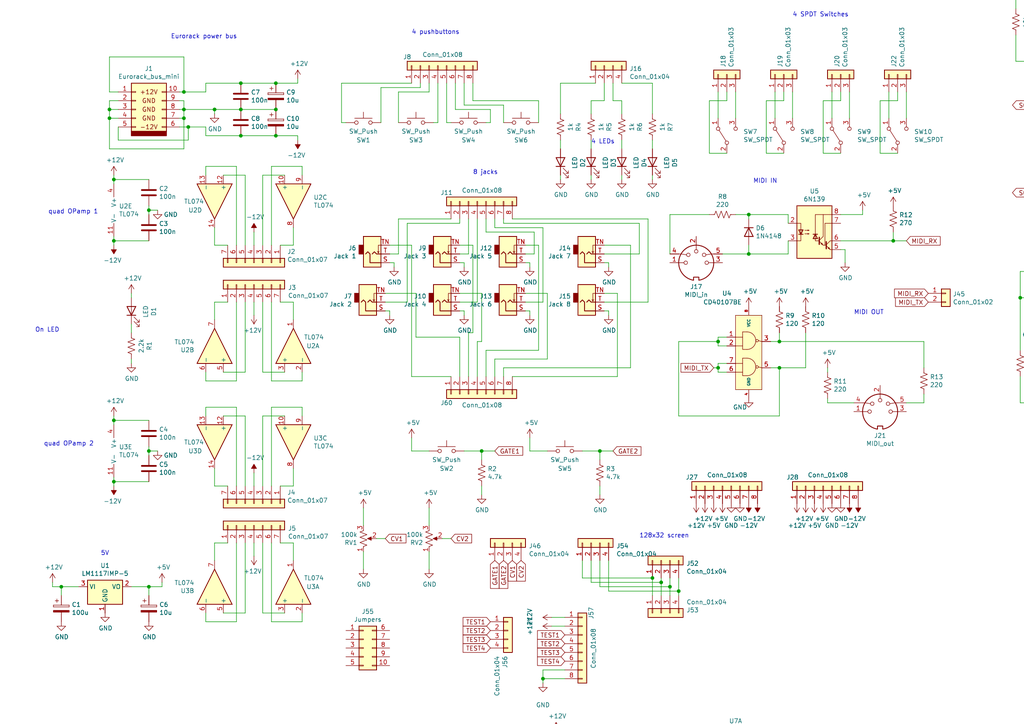
<source format=kicad_sch>
(kicad_sch (version 20231120) (generator "eeschema") (generator_version "8.0")
  (paper "A4")
  (junction (at 388.62 44.45))
  (junction (at 350.52 204.47))
  (junction (at 354.33 152.4))
  (junction (at 80.01 24.13))
  (junction (at 325.12 33.02))
  (junction (at 349.25 7.62))
  (junction (at 327.66 -20.32))
  (junction (at 414.02 173.99))
  (junction (at 217.17 62.23))
  (junction (at 308.61 152.4))
  (junction (at 226.06 99.06))
  (junction (at 53.34 31.75))
  (junction (at 417.83 176.53))
  (junction (at 312.42 204.47))
  (junction (at 54.61 36.83))
  (junction (at 208.28 106.68))
  (junction (at 191.77 168.91))
  (junction (at 173.99 130.81))
  (junction (at 354.33 207.01))
  (junction (at 327.66 -10.16))
  (junction (at 294.64 -12.7))
  (junction (at 316.23 207.01))
  (junction (at 53.34 34.29))
  (junction (at 157.48 196.85))
  (junction (at 33.02 69.85))
  (junction (at 220.98 219.71))
  (junction (at 33.02 52.07))
  (junction (at 161.29 213.36))
  (junction (at 365.76 152.4))
  (junction (at 346.71 152.4))
  (junction (at 196.85 171.45))
  (junction (at 327.66 88.9))
  (junction (at 391.16 176.53))
  (junction (at 363.22 34.29))
  (junction (at 373.38 152.4))
  (junction (at 208.28 99.06))
  (junction (at 17.78 170.18))
  (junction (at 31.75 31.75))
  (junction (at 403.86 15.24))
  (junction (at 43.18 170.18))
  (junction (at 308.61 207.01))
  (junction (at 327.66 78.74))
  (junction (at 368.3 60.96))
  (junction (at 312.42 149.86))
  (junction (at 387.35 6.35))
  (junction (at 31.75 34.29))
  (junction (at 335.28 106.68))
  (junction (at 355.6 95.25))
  (junction (at 43.18 60.96))
  (junction (at 69.85 39.37))
  (junction (at 410.21 176.53))
  (junction (at 161.29 231.14))
  (junction (at 217.17 73.66))
  (junction (at 327.66 100.33))
  (junction (at 349.25 106.68))
  (junction (at 33.02 121.92))
  (junction (at 80.01 31.75))
  (junction (at 316.23 152.4))
  (junction (at 220.98 237.49))
  (junction (at 405.13 53.34))
  (junction (at 259.08 69.85))
  (junction (at 387.35 24.13))
  (junction (at 355.6 106.68))
  (junction (at 69.85 24.13))
  (junction (at 194.31 170.18))
  (junction (at 355.6 7.62))
  (junction (at 350.52 149.86))
  (junction (at 355.6 -3.81))
  (junction (at 346.71 207.01))
  (junction (at 53.34 26.67))
  (junction (at 335.28 7.62))
  (junction (at 295.91 86.36))
  (junction (at 33.02 139.7))
  (junction (at 394.97 173.99))
  (junction (at 62.23 31.75))
  (junction (at 69.85 31.75))
  (junction (at 369.57 149.86))
  (junction (at 80.01 39.37))
  (junction (at 226.06 106.68))
  (junction (at 189.23 167.64))
  (junction (at 43.18 130.81))
  (junction (at 327.66 1.27))
  (junction (at 139.7 130.81))
  (junction (at 388.62 62.23))
  (junction (at 398.78 176.53))
  (junction (at 327.66 58.42))
  (junction (at 171.45 222.25))
  (wire (pts (xy 135.89 73.66) (xy 133.35 73.66)))
  (wire (pts (xy 240.03 115.57) (xy 240.03 116.84)))
  (wire (pts (xy 372.11 151.13) (xy 372.11 144.78)))
  (wire (pts (xy 45.72 60.96) (xy 43.18 60.96)))
  (wire (pts (xy 397.51 191.77) (xy 400.05 191.77)))
  (wire (pts (xy 240.03 116.84) (xy 247.65 116.84)))
  (wire (pts (xy 392.43 82.55) (xy 397.51 82.55)))
  (wire (pts (xy 208.28 97.79) (xy 210.82 97.79)))
  (wire (pts (xy 43.18 52.07) (xy 33.02 52.07)))
  (wire (pts (xy 64.77 50.8) (xy 71.12 50.8)))
  (wire (pts (xy 408.94 173.99) (xy 408.94 187.96)))
  (wire (pts (xy 153.67 77.47) (xy 153.67 76.2)))
  (wire (pts (xy 233.68 106.68) (xy 226.06 106.68)))
  (wire (pts (xy 306.07 222.25) (xy 309.88 222.25)))
  (wire (pts (xy 15.24 168.91) (xy 15.24 170.18)))
  (wire (pts (xy 260.35 26.67) (xy 260.35 29.21)))
  (wire (pts (xy 194.31 167.64) (xy 194.31 170.18)))
  (wire (pts (xy 31.75 26.67) (xy 31.75 16.51)))
  (wire (pts (xy 294.64 17.78) (xy 355.6 17.78)))
  (wire (pts (xy 391.16 176.53) (xy 391.16 179.07)))
  (wire (pts (xy 176.53 91.44) (xy 176.53 90.17)))
  (wire (pts (xy 388.62 60.96) (xy 388.62 62.23)))
  (wire (pts (xy 346.71 151.13) (xy 346.71 152.4)))
  (wire (pts (xy 250.19 62.23) (xy 243.84 62.23)))
  (wire (pts (xy 355.6 106.68) (xy 355.6 116.84)))
  (wire (pts (xy 71.12 107.95) (xy 64.77 107.95)))
  (wire (pts (xy 182.88 71.12) (xy 175.26 71.12)))
  (wire (pts (xy 137.16 96.52) (xy 137.16 71.12)))
  (wire (pts (xy 105.41 165.1) (xy 105.41 160.02)))
  (wire (pts (xy 134.62 91.44) (xy 134.62 90.17)))
  (wire (pts (xy 334.01 93.98) (xy 334.01 92.71)))
  (wire (pts (xy 397.51 175.26) (xy 397.51 168.91)))
  (wire (pts (xy 71.12 87.63) (xy 71.12 107.95)))
  (wire (pts (xy 87.63 110.49) (xy 78.74 110.49)))
  (wire (pts (xy 391.16 176.53) (xy 388.62 176.53)))
  (wire (pts (xy 162.56 43.18) (xy 162.56 40.64)))
  (wire (pts (xy 372.11 167.64) (xy 374.65 167.64)))
  (wire (pts (xy 327.66 1.27) (xy 327.66 -1.27)))
  (wire (pts (xy 304.8 55.88) (xy 312.42 55.88)))
  (wire (pts (xy 196.85 172.72) (xy 196.85 171.45)))
  (wire (pts (xy 335.28 114.3) (xy 335.28 106.68)))
  (wire (pts (xy 233.68 96.52) (xy 233.68 106.68)))
  (wire (pts (xy 113.03 91.44) (xy 113.03 90.17)))
  (wire (pts (xy 134.62 90.17) (xy 133.35 90.17)))
  (wire (pts (xy 113.03 90.17) (xy 111.76 90.17)))
  (wire (pts (xy 373.38 152.4) (xy 373.38 151.13)))
  (wire (pts (xy 194.31 62.23) (xy 205.74 62.23)))
  (wire (pts (xy 175.26 87.63) (xy 187.96 87.63)))
  (wire (pts (xy 87.63 107.95) (xy 87.63 110.49)))
  (wire (pts (xy 43.18 170.18) (xy 38.1 170.18)))
  (wire (pts (xy 175.26 24.13) (xy 175.26 29.21)))
  (wire (pts (xy 73.66 137.16) (xy 73.66 140.97)))
  (wire (pts (xy 87.63 118.11) (xy 87.63 120.65)))
  (wire (pts (xy 33.02 68.58) (xy 33.02 69.85)))
  (wire (pts (xy 398.78 176.53) (xy 398.78 175.26)))
  (wire (pts (xy 354.33 152.4) (xy 354.33 151.13)))
  (wire (pts (xy 227.33 26.67) (xy 227.33 29.21)))
  (wire (pts (xy 138.43 109.22) (xy 138.43 99.06)))
  (wire (pts (xy 78.74 180.34) (xy 78.74 157.48)))
  (wire (pts (xy 331.47 7.62) (xy 335.28 7.62)))
  (wire (pts (xy 405.13 53.34) (xy 405.13 52.07)))
  (wire (pts (xy 223.52 106.68) (xy 226.06 106.68)))
  (wire (pts (xy 372.11 15.24) (xy 335.28 15.24)))
  (wire (pts (xy 350.52 218.44) (xy 350.52 222.25)))
  (wire (pts (xy 34.29 29.21) (xy 31.75 29.21)))
  (wire (pts (xy 85.09 66.04) (xy 85.09 71.12)))
  (wire (pts (xy 243.84 29.21) (xy 243.84 26.67)))
  (wire (pts (xy 222.25 29.21) (xy 222.25 44.45)))
  (wire (pts (xy 143.51 66.04) (xy 143.51 63.5)))
  (wire (pts (xy 410.21 176.53) (xy 407.67 176.53)))
  (wire (pts (xy 139.7 99.06) (xy 139.7 85.09)))
  (wire (pts (xy 228.6 73.66) (xy 217.17 73.66)))
  (wire (pts (xy 367.03 144.78) (xy 367.03 151.13)))
  (wire (pts (xy 62.23 92.71) (xy 62.23 87.63)))
  (wire (pts (xy 335.28 -1.27) (xy 336.55 -1.27)))
  (wire (pts (xy 334.01 -5.08) (xy 334.01 -6.35)))
  (wire (pts (xy 139.7 130.81) (xy 134.62 130.81)))
  (wire (pts (xy 139.7 140.97) (xy 139.7 143.51)))
  (wire (pts (xy 205.74 44.45) (xy 205.74 29.21)))
  (wire (pts (xy 363.22 34.29) (xy 368.3 34.29)))
  (wire (pts (xy 317.5 152.4) (xy 316.23 152.4)))
  (wire (pts (xy 353.06 205.74) (xy 353.06 199.39)))
  (wire (pts (xy 316.23 152.4) (xy 316.23 151.13)))
  (wire (pts (xy 327.66 66.04) (xy 327.66 58.42)))
  (wire (pts (xy 208.28 107.95) (xy 208.28 106.68)))
  (wire (pts (xy 392.43 179.07) (xy 391.16 179.07)))
  (wire (pts (xy 346.71 152.4) (xy 344.17 152.4)))
  (wire (pts (xy 388.62 191.77) (xy 392.43 191.77)))
  (wire (pts (xy 137.16 71.12) (xy 133.35 71.12)))
  (wire (pts (xy 394.97 173.99) (xy 394.97 179.07)))
  (wire (pts (xy 139.7 85.09) (xy 133.35 85.09)))
  (wire (pts (xy 267.97 106.68) (xy 267.97 99.06)))
  (wire (pts (xy 153.67 76.2) (xy 152.4 76.2)))
  (wire (pts (xy 314.96 205.74) (xy 314.96 199.39)))
  (wire (pts (xy 220.98 219.71) (xy 255.27 219.71)))
  (wire (pts (xy 130.81 109.22) (xy 119.38 109.22)))
  (wire (pts (xy 43.18 69.85) (xy 33.02 69.85)))
  (wire (pts (xy 157.48 194.31) (xy 163.83 194.31)))
  (wire (pts (xy 344.17 222.25) (xy 347.98 222.25)))
  (wire (pts (xy 208.28 105.41) (xy 210.82 105.41)))
  (wire (pts (xy 312.42 66.04) (xy 327.66 66.04)))
  (wire (pts (xy 369.57 163.83) (xy 369.57 167.64)))
  (wire (pts (xy 325.12 33.02) (xy 325.12 40.64)))
  (wire (pts (xy 124.46 165.1) (xy 124.46 160.02)))
  (wire (pts (xy 135.89 109.22) (xy 135.89 96.52)))
  (wire (pts (xy 327.66 -10.16) (xy 327.66 -20.32)))
  (wire (pts (xy 176.53 77.47) (xy 176.53 76.2)))
  (wire (pts (xy 191.77 168.91) (xy 191.77 167.64)))
  (wire (pts (xy 346.71 207.01) (xy 346.71 209.55)))
  (wire (pts (xy 226.06 237.49) (xy 220.98 237.49)))
  (wire (pts (xy 355.6 95.25) (xy 351.79 95.25)))
  (wire (pts (xy 127 35.56) (xy 127 24.13)))
  (wire (pts (xy 76.2 50.8) (xy 82.55 50.8)))
  (wire (pts (xy 161.29 229.87) (xy 161.29 231.14)))
  (wire (pts (xy 306.07 152.4) (xy 306.07 167.64)))
  (wire (pts (xy 143.51 109.22) (xy 143.51 104.14)))
  (wire (pts (xy 191.77 172.72) (xy 191.77 168.91)))
  (wire (pts (xy 224.79 34.29) (xy 224.79 26.67)))
  (wire (pts (xy 138.43 87.63) (xy 133.35 87.63)))
  (wire (pts (xy 246.38 34.29) (xy 246.38 26.67)))
  (wire (pts (xy 397.51 80.01) (xy 392.43 80.01)))
  (wire (pts (xy 411.48 168.91) (xy 411.48 175.26)))
  (wire (pts (xy 85.09 71.12) (xy 81.28 71.12)))
  (wire (pts (xy 38.1 86.36) (xy 38.1 85.09)))
  (wire (pts (xy 298.45 -12.7) (xy 294.64 -12.7)))
  (wire (pts (xy 78.74 110.49) (xy 78.74 87.63)))
  (wire (pts (xy 196.85 120.65) (xy 196.85 99.06)))
  (wire (pts (xy 161.29 212.09) (xy 161.29 213.36)))
  (wire (pts (xy 347.98 36.83) (xy 347.98 41.91)))
  (wire (pts (xy 120.65 97.79) (xy 120.65 85.09)))
  (wire (pts (xy 349.25 58.42) (xy 353.06 58.42)))
  (wire (pts (xy 177.8 29.21) (xy 180.34 29.21)))
  (wire (pts (xy 59.69 24.13) (xy 69.85 24.13)))
  (wire (pts (xy 129.54 35.56) (xy 130.81 35.56)))
  (wire (pts (xy 38.1 96.52) (xy 38.1 93.98)))
  (wire (pts (xy 294.64 -20.32) (xy 294.64 -12.7)))
  (wire (pts (xy 59.69 118.11) (xy 68.58 118.11)))
  (wire (pts (xy 85.09 87.63) (xy 81.28 87.63)))
  (wire (pts (xy 327.66 88.9) (xy 323.85 88.9)))
  (wire (pts (xy 86.36 39.37) (xy 80.01 39.37)))
  (wire (pts (xy 312.42 60.96) (xy 312.42 66.04)))
  (wire (pts (xy 217.17 73.66) (xy 217.17 71.12)))
  (wire (pts (xy 31.75 29.21) (xy 31.75 31.75)))
  (wire (pts (xy 297.18 -7.62) (xy 298.45 -7.62)))
  (wire (pts (xy 350.52 149.86) (xy 345.44 149.86)))
  (wire (pts (xy 335.28 97.79) (xy 335.28 106.68)))
  (wire (pts (xy 180.34 29.21) (xy 180.34 33.02)))
  (wire (pts (xy 205.74 29.21) (xy 210.82 29.21)))
  (wire (pts (xy 154.94 73.66) (xy 152.4 73.66)))
  (wire (pts (xy 33.02 138.43) (xy 33.02 139.7)))
  (wire (pts (xy 294.64 -20.32) (xy 302.26 -20.32)))
  (wire (pts (xy 157.48 87.63) (xy 157.48 66.04)))
  (wire (pts (xy 260.35 29.21) (xy 255.27 29.21)))
  (wire (pts (xy 171.45 168.91) (xy 191.77 168.91)))
  (wire (pts (xy 86.36 40.64) (xy 86.36 39.37)))
  (wire (pts (xy 130.81 156.21) (xy 128.27 156.21)))
  (wire (pts (xy 229.87 34.29) (xy 229.87 26.67)))
  (wire (pts (xy 31.75 16.51) (xy 53.34 16.51)))
  (wire (pts (xy 372.11 105.41) (xy 369.57 105.41)))
  (wire (pts (xy 220.98 219.71) (xy 220.98 218.44)))
  (wire (pts (xy 308.61 152.4) (xy 308.61 154.94)))
  (wire (pts (xy 419.1 191.77) (xy 419.1 176.53)))
  (wire (pts (xy 405.13 54.61) (xy 405.13 53.34)))
  (wire (pts (xy 353.06 167.64) (xy 355.6 167.64)))
  (wire (pts (xy 327.66 58.42) (xy 330.2 58.42)))
  (wire (pts (xy 135.89 63.5) (xy 135.89 73.66)))
  (wire (pts (xy 316.23 88.9) (xy 314.96 88.9)))
  (wire (pts (xy 73.66 67.31) (xy 73.66 71.12)))
  (wire (pts (xy 137.16 24.13) (xy 137.16 29.21)))
  (wire (pts (xy 387.35 24.13) (xy 403.86 24.13)))
  (wire (pts (xy 344.17 167.64) (xy 347.98 167.64)))
  (wire (pts (xy 76.2 71.12) (xy 76.2 50.8)))
  (wire (pts (xy 153.67 90.17) (xy 152.4 90.17)))
  (wire (pts (xy 189.23 24.13) (xy 189.23 33.02)))
  (wire (pts (xy 365.76 152.4) (xy 363.22 152.4)))
  (wire (pts (xy 349.25 102.87) (xy 349.25 106.68)))
  (wire (pts (xy 71.12 50.8) (xy 71.12 71.12)))
  (wire (pts (xy 430.53 133.35) (xy 430.53 138.43)))
  (wire (pts (xy 62.23 135.89) (xy 62.23 140.97)))
  (wire (pts (xy 314.96 151.13) (xy 314.96 144.78)))
  (wire (pts (xy 372.11 7.62) (xy 372.11 6.35)))
  (wire (pts (xy 69.85 31.75) (xy 80.01 31.75)))
  (wire (pts (xy 62.23 162.56) (xy 62.23 157.48)))
  (wire (pts (xy 373.38 154.94) (xy 373.38 152.4)))
  (wire (pts (xy 105.41 152.4) (xy 105.41 147.32)))
  (wire (pts (xy 394.97 187.96) (xy 394.97 191.77)))
  (wire (pts (xy 241.3 34.29) (xy 241.3 26.67)))
  (wire (pts (xy 388.62 62.23) (xy 405.13 62.23)))
  (wire (pts (xy 312.42 204.47) (xy 312.42 205.74)))
  (wire (pts (xy 85.09 140.97) (xy 81.28 140.97)))
  (wire (pts (xy 59.69 107.95) (xy 59.69 110.49)))
  (wire (pts (xy 168.91 167.64) (xy 189.23 167.64)))
  (wire (pts (xy 392.43 168.91) (xy 392.43 175.26)))
  (wire (pts (xy 308.61 207.01) (xy 306.07 207.01)))
  (wire (pts (xy 228.6 64.77) (xy 228.6 62.23)))
  (wire (pts (xy 308.61 207.01) (xy 308.61 209.55)))
  (wire (pts (xy 59.69 26.67) (xy 59.69 24.13)))
  (wire (pts (xy 327.66 88.9) (xy 327.66 78.74)))
  (wire (pts (xy 321.31 7.62) (xy 323.85 7.62)))
  (wire (pts (xy 345.44 204.47) (xy 345.44 218.44)))
  (wire (pts (xy 245.11 72.39) (xy 243.84 72.39)))
  (wire (pts (xy 87.63 180.34) (xy 78.74 180.34)))
  (wire (pts (xy 346.71 207.01) (xy 344.17 207.01)))
  (wire (pts (xy 407.67 176.53) (xy 407.67 191.77)))
  (wire (pts (xy 43.18 132.08) (xy 43.18 130.81)))
  (wire (pts (xy 73.66 161.29) (xy 73.66 157.48)))
  (wire (pts (xy 243.84 69.85) (xy 259.08 69.85)))
  (wire (pts (xy 363.22 41.91) (xy 363.22 34.29)))
  (wire (pts (xy 179.07 109.22) (xy 179.07 85.09)))
  (wire (pts (xy 259.08 67.31) (xy 259.08 69.85)))
  (wire (pts (xy 156.21 71.12) (xy 156.21 101.6)))
  (wire (pts (xy 196.85 171.45) (xy 196.85 167.64)))
  (wire (pts (xy 368.3 60.96) (xy 373.38 60.96)))
  (wire (pts (xy 346.71 106.68) (xy 349.25 106.68)))
  (wire (pts (xy 335.28 -1.27) (xy 335.28 7.62)))
  (wire (pts (xy 189.23 43.18) (xy 189.23 40.64)))
  (wire (pts (xy 410.21 175.26) (xy 410.21 176.53)))
  (wire (pts (xy 297.18 -6.35) (xy 297.18 -7.62)))
  (wire (pts (xy 119.38 130.81) (xy 124.46 130.81)))
  (wire (pts (xy 353.06 222.25) (xy 355.6 222.25)))
  (wire (pts (xy 312.42 149.86) (xy 312.42 151.13)))
  (wire (pts (xy 354.33 205.74) (xy 353.06 205.74)))
  (wire (pts (xy 135.89 96.52) (xy 137.16 96.52)))
  (wire (pts (xy 134.62 30.48) (xy 146.05 30.48)))
  (wire (pts (xy 76.2 177.8) (xy 76.2 157.48)))
  (wire (pts (xy 187.96 87.63) (xy 187.96 63.5)))
  (wire (pts (xy 119.38 109.22) (xy 119.38 71.12)))
  (wire (pts (xy 177.8 24.13) (xy 177.8 29.21)))
  (wire (pts (xy 306.07 167.64) (xy 309.88 167.64)))
  (wire (pts (xy 267.97 116.84) (xy 262.89 116.84)))
  (wire (pts (xy 154.94 67.31) (xy 154.94 73.66)))
  (wire (pts (xy 226.06 222.25) (xy 255.27 222.25)))
  (wire (pts (xy 46.99 170.18) (xy 43.18 170.18)))
  (wire (pts (xy 387.35 6.35) (xy 403.86 6.35)))
  (wire (pts (xy 210.82 29.21) (xy 210.82 26.67)))
  (wire (pts (xy 327.66 -8.89) (xy 327.66 -10.16)))
  (wire (pts (xy 146.05 106.68) (xy 146.05 109.22)))
  (wire (pts (xy 43.18 130.81) (xy 43.18 129.54)))
  (wire (pts (xy 307.34 163.83) (xy 312.42 163.83)))
  (wire (pts (xy 241.3 217.17) (xy 255.27 217.17)))
  (wire (pts (xy 226.06 99.06) (xy 223.52 99.06)))
  (wire (pts (xy 140.97 109.22) (xy 140.97 101.6)))
  (wire (pts (xy 314.96 -10.16) (xy 313.69 -10.16)))
  (wire (pts (xy 316.23 207.01) (xy 316.23 205.74)))
  (wire (pts (xy 171.45 52.07) (xy 171.45 50.8)))
  (wire (pts (xy 209.55 73.66) (xy 217.17 73.66)))
  (wire (pts (xy 411.48 175.26) (xy 410.21 175.26)))
  (wire (pts (xy 142.24 35.56) (xy 140.97 35.56)))
  (wire (pts (xy 392.43 77.47) (xy 397.51 77.47)))
  (wire (pts (xy 321.31 106.68) (xy 321.31 100.33)))
  (wire (pts (xy 335.28 97.79) (xy 336.55 97.79)))
  (wire (pts (xy 321.31 1.27) (xy 327.66 1.27)))
  (wire (pts (xy 31.75 34.29) (xy 31.75 31.75)))
  (wire (pts (xy 163.83 196.85) (xy 157.48 196.85)))
  (wire (pts (xy 392.43 175.26) (xy 391.16 175.26)))
  (wire (pts (xy 354.33 209.55) (xy 354.33 207.01)))
  (wire (pts (xy 142.24 31.75) (xy 142.24 35.56)))
  (wire (pts (xy 62.23 157.48) (xy 66.04 157.48)))
  (wire (pts (xy 68.58 110.49) (xy 68.58 87.63)))
  (wire (pts (xy 295.91 116.84) (xy 355.6 116.84)))
  (wire (pts (xy 355.6 -3.81) (xy 367.03 -3.81)))
  (wire (pts (xy 387.35 21.59) (xy 387.35 24.13)))
  (wire (pts (xy 325.12 40.64) (xy 309.88 40.64)))
  (wire (pts (xy 33.02 52.07) (xy 33.02 50.8)))
  (wire (pts (xy 52.07 31.75) (xy 53.34 31.75)))
  (wire (pts (xy 121.92 24.13) (xy 121.92 25.4)))
  (wire (pts (xy 339.09 106.68) (xy 335.28 106.68)))
  (wire (pts (xy 349.25 7.62) (xy 355.6 7.62)))
  (wire (pts (xy 195.58 233.68) (xy 205.74 233.68)))
  (wire (pts (xy 267.97 114.3) (xy 267.97 116.84)))
  (wire (pts (xy 321.31 106.68) (xy 323.85 106.68)))
  (wire (pts (xy 173.99 162.56) (xy 173.99 170.18)))
  (wire (pts (xy 121.92 25.4) (xy 110.49 25.4)))
  (wire (pts (xy 125.73 35.56) (xy 127 35.56)))
  (wire (pts (xy 355.6 152.4) (xy 354.33 152.4)))
  (wire (pts (xy 153.67 91.44) (xy 153.67 90.17)))
  (wire (pts (xy 294.64 10.16) (xy 294.64 17.78)))
  (wire (pts (xy 410.21 176.53) (xy 410.21 179.07)))
  (wire (pts (xy 59.69 50.8) (xy 59.69 48.26)))
  (wire (pts (xy 158.75 104.14) (xy 158.75 85.09)))
  (wire (pts (xy 78.74 48.26) (xy 87.63 48.26)))
  (wire (pts (xy 80.01 24.13) (xy 86.36 24.13)))
  (wire (pts (xy 173.99 170.18) (xy 194.31 170.18)))
  (wire (pts (xy 43.18 139.7) (xy 33.02 139.7)))
  (wire (pts (xy 52.07 36.83) (xy 54.61 36.83)))
  (wire (pts (xy 76.2 120.65) (xy 82.55 120.65)))
  (wire (pts (xy 331.47 106.68) (xy 335.28 106.68)))
  (wire (pts (xy 327.66 1.27) (xy 327.66 3.81)))
  (wire (pts (xy 387.35 5.08) (xy 387.35 6.35)))
  (wire (pts (xy 140.97 63.5) (xy 140.97 67.31)))
  (wire (pts (xy 309.88 151.13) (xy 308.61 151.13)))
  (wire (pts (xy 162.56 24.13) (xy 162.56 33.02)))
  (wire (pts (xy 374.65 152.4) (xy 373.38 152.4)))
  (wire (pts (xy 64.77 120.65) (xy 71.12 120.65)))
  (wire (pts (xy 228.6 69.85) (xy 228.6 73.66)))
  (wire (pts (xy 222.25 44.45) (xy 227.33 44.45)))
  (wire (pts (xy 71.12 157.48) (xy 71.12 177.8)))
  (wire (pts (xy 87.63 48.26) (xy 87.63 50.8)))
  (wire (pts (xy 208.28 99.06) (xy 208.28 97.79)))
  (wire (pts (xy 311.15 78.74) (xy 327.66 78.74)))
  (wire (pts (xy 146.05 63.5) (xy 146.05 64.77)))
  (wire (pts (xy 78.74 71.12) (xy 78.74 48.26)))
  (wire (pts (xy 309.88 205.74) (xy 308.61 205.74)))
  (wire (pts (xy 359.41 3.81) (xy 349.25 3.81)))
  (wire (pts (xy 411.48 179.07) (xy 410.21 179.07)))
  (wire (pts (xy 156.21 29.21) (xy 156.21 35.56)))
  (wire (pts (xy 146.05 30.48) (xy 146.05 35.56)))
  (wire (pts (xy 316.23 154.94) (xy 316.23 152.4)))
  (wire (pts (xy 416.56 191.77) (xy 419.1 191.77)))
  (wire (pts (xy 369.57 149.86) (xy 369.57 151.13)))
  (wire (pts (xy 158.75 85.09) (xy 152.4 85.09)))
  (wire (pts (xy 355.6 207.01) (xy 354.33 207.01)))
  (wire (pts (xy 417.83 179.07) (xy 417.83 176.53)))
  (wire (pts (xy 350.52 204.47) (xy 350.52 205.74)))
  (wire (pts (xy 250.19 60.96) (xy 250.19 62.23)))
  (wire (pts (xy 294.64 2.54) (xy 294.64 -12.7)))
  (wire (pts (xy 153.67 130.81) (xy 158.75 130.81)))
  (wire (pts (xy 143.51 130.81) (xy 139.7 130.81)))
  (wire (pts (xy 140.97 67.31) (xy 154.94 67.31)))
  (wire (pts (xy 176.53 76.2) (xy 175.26 76.2)))
  (wire (pts (xy 85.09 162.56) (xy 85.09 157.48)))
  (wire (pts (xy 344.17 152.4) (xy 344.17 167.64)))
  (wire (pts (xy 350.52 199.39) (xy 350.52 204.47)))
  (wire (pts (xy 53.34 26.67) (xy 59.69 26.67)))
  (wire (pts (xy 400.05 191.77) (xy 400.05 176.53)))
  (wire (pts (xy 85.09 157.48) (xy 81.28 157.48)))
  (wire (pts (xy 59.69 36.83) (xy 59.69 39.37)))
  (wire (pts (xy 397.51 179.07) (xy 398.78 179.07)))
  (wire (pts (xy 99.06 35.56) (xy 100.33 35.56)))
  (wire (pts (xy 34.29 36.83) (xy 34.29 40.64)))
  (wire (pts (xy 172.72 24.13) (xy 162.56 24.13)))
  (wire (pts (xy 306.07 207.01) (xy 306.07 222.25)))
  (wire (pts (xy 82.55 177.8) (xy 76.2 177.8)))
  (wire (pts (xy 138.43 99.06) (xy 139.7 99.06)))
  (wire (pts (xy 146.05 106.68) (xy 182.88 106.68)))
  (wire (pts (xy 298.45 91.44) (xy 299.72 91.44)))
  (wire (pts (xy 157.48 66.04) (xy 143.51 66.04)))
  (wire (pts (xy 185.42 64.77) (xy 185.42 73.66)))
  (wire (pts (xy 307.34 204.47) (xy 307.34 218.44)))
  (wire (pts (xy 334.01 -6.35) (xy 336.55 -6.35)))
  (wire (pts (xy 132.08 31.75) (xy 142.24 31.75)))
  (wire (pts (xy 369.57 144.78) (xy 369.57 149.86)))
  (wire (pts (xy 308.61 152.4) (xy 306.07 152.4)))
  (wire (pts (xy 118.11 64.77) (xy 133.35 64.77)))
  (wire (pts (xy 54.61 40.64) (xy 54.61 36.83)))
  (wire (pts (xy 345.44 149.86) (xy 345.44 163.83)))
  (wire (pts (xy 350.52 163.83) (xy 350.52 167.64)))
  (wire (pts (xy 168.91 162.56) (xy 168.91 167.64)))
  (wire (pts (xy 414.02 173.99) (xy 414.02 179.07)))
  (wire (pts (xy 257.81 34.29) (xy 257.81 26.67)))
  (wire (pts (xy 339.09 7.62) (xy 335.28 7.62)))
  (wire (pts (xy 195.58 223.52) (xy 195.58 233.68)))
  (wire (pts (xy 228.6 62.23) (xy 217.17 62.23)))
  (wire (pts (xy 314.96 222.25) (xy 317.5 222.25)))
  (wire (pts (xy 220.98 245.11) (xy 220.98 237.49)))
  (wire (pts (xy 350.52 149.86) (xy 350.52 151.13)))
  (wire (pts (xy 213.36 34.29) (xy 213.36 26.67)))
  (wire (pts (xy 207.01 106.68) (xy 208.28 106.68)))
  (wire (pts (xy 115.57 35.56) (xy 115.57 26.67)))
  (wire (pts (xy 346.71 152.4) (xy 346.71 154.94)))
  (wire (pts (xy 73.66 91.44) (xy 73.66 87.63)))
  (wire (pts (xy 365.76 152.4) (xy 365.76 154.94)))
  (wire (pts (xy 245.11 76.2) (xy 245.11 72.39)))
  (wire (pts (xy 119.38 71.12) (xy 113.03 71.12)))
  (wire (pts (xy 157.48 196.85) (xy 157.48 198.12)))
  (wire (pts (xy 134.62 24.13) (xy 134.62 30.48)))
  (wire (pts (xy 317.5 222.25) (xy 317.5 207.01)))
  (wire (pts (xy 17.78 172.72) (xy 17.78 170.18)))
  (wire (pts (xy 110.49 25.4) (xy 110.49 35.56)))
  (wire (pts (xy 115.57 26.67) (xy 124.46 26.67)))
  (wire (pts (xy 238.76 44.45) (xy 238.76 29.21)))
  (wire (pts (xy 354.33 154.94) (xy 354.33 152.4)))
  (wire (pts (xy 407.67 191.77) (xy 411.48 191.77)))
  (wire (pts (xy 298.45 92.71) (xy 298.45 91.44)))
  (wire (pts (xy 33.02 139.7) (xy 33.02 140.97)))
  (wire (pts (xy 373.38 151.13) (xy 372.11 151.13)))
  (wire (pts (xy 53.34 29.21) (xy 53.34 31.75)))
  (wire (pts (xy 171.45 222.25) (xy 171.45 220.98)))
  (wire (pts (xy 368.3 68.58) (xy 368.3 60.96)))
  (wire (pts (xy 171.45 213.36) (xy 161.29 213.36)))
  (wire (pts (xy 180.34 52.07) (xy 180.34 50.8)))
  (wire (pts (xy 217.17 62.23) (xy 213.36 62.23)))
  (wire (pts (xy 354.33 151.13) (xy 353.06 151.13)))
  (wire (pts (xy 132.08 24.13) (xy 132.08 31.75)))
  (wire (pts (xy 171.45 231.14) (xy 161.29 231.14)))
  (wire (pts (xy 187.96 63.5) (xy 148.59 63.5)))
  (wire (pts (xy 210.82 107.95) (xy 208.28 107.95)))
  (wire (pts (xy 238.76 29.21) (xy 243.84 29.21)))
  (wire (pts (xy 416.56 175.26) (xy 416.56 168.91)))
  (wire (pts (xy 130.81 63.5) (xy 115.57 63.5)))
  (wire (pts (xy 45.72 130.81) (xy 43.18 130.81)))
  (wire (pts (xy 389.89 187.96) (xy 394.97 187.96)))
  (wire (pts (xy 364.49 163.83) (xy 369.57 163.83)))
  (wire (pts (xy 317.5 207.01) (xy 316.23 207.01)))
  (wire (pts (xy 355.6 -3.81) (xy 355.6 7.62)))
  (wire (pts (xy 327.66 78.74) (xy 337.82 78.74)))
  (wire (pts (xy 119.38 127) (xy 119.38 130.81)))
  (wire (pts (xy 189.23 167.64) (xy 189.23 172.72)))
  (wire (pts (xy 68.58 118.11) (xy 68.58 140.97)))
  (wire (pts (xy 327.66 -10.16) (xy 322.58 -10.16)))
  (wire (pts (xy 295.91 78.74) (xy 303.53 78.74)))
  (wire (pts (xy 400.05 176.53) (xy 398.78 176.53)))
  (wire (pts (xy 124.46 26.67) (xy 124.46 24.13)))
  (wire (pts (xy 173.99 130.81) (xy 168.91 130.81)))
  (wire (pts (xy 345.44 31.75) (xy 347.98 31.75)))
  (wire (pts (xy 353.06 151.13) (xy 353.06 144.78)))
  (wire (pts (xy 111.76 156.21) (xy 109.22 156.21)))
  (wire (pts (xy 62.23 140.97) (xy 66.04 140.97)))
  (wire (pts (xy 295.91 109.22) (xy 295.91 116.84)))
  (wire (pts (xy 347.98 144.78) (xy 347.98 151.13)))
  (wire (pts (xy 389.89 173.99) (xy 389.89 187.96)))
  (wire (pts (xy 148.59 109.22) (xy 179.07 109.22)))
  (wire (pts (xy 71.12 177.8) (xy 64.77 177.8)))
  (wire (pts (xy 400.05 133.35) (xy 406.4 133.35)))
  (wire (pts (xy 259.08 69.85) (xy 262.89 69.85)))
  (wire (pts (xy 312.42 149.86) (xy 307.34 149.86)))
  (wire (pts (xy 205.74 238.76) (xy 205.74 245.11)))
  (wire (pts (xy 195.58 220.98) (xy 195.58 215.9)))
  (wire (pts (xy 227.33 29.21) (xy 222.25 29.21)))
  (wire (pts (xy 325.12 33.02) (xy 327.66 33.02)))
  (wire (pts (xy 391.16 175.26) (xy 391.16 176.53)))
  (wire (pts (xy 363.22 152.4) (xy 363.22 167.64)))
  (wire (pts (xy 17.78 170.18) (xy 22.86 170.18)))
  (wire (pts (xy 194.31 170.18) (xy 194.31 172.72)))
  (wire (pts (xy 241.3 223.52) (xy 241.3 217.17)))
  (wire (pts (xy 114.3 77.47) (xy 114.3 76.2)))
  (wire (pts (xy 71.12 120.65) (xy 71.12 140.97)))
  (wire (pts (xy 210.82 100.33) (xy 208.28 100.33)))
  (wire (pts (xy 309.88 -20.32) (xy 327.66 -20.32)))
  (wire (pts (xy 34.29 34.29) (xy 31.75 34.29)))
  (wire (pts (xy 358.14 8.89) (xy 359.41 8.89)))
  (wire (pts (xy 180.34 43.18) (xy 180.34 40.64)))
  (wire (pts (xy 146.05 64.77) (xy 185.42 64.77)))
  (wire (pts (xy 309.88 40.64) (xy 309.88 35.56)))
  (wire (pts (xy 52.07 29.21) (xy 53.34 29.21)))
  (wire (pts (xy 312.42 163.83) (xy 312.42 167.64)))
  (wire (pts (xy 38.1 105.41) (xy 38.1 104.14)))
  (wire (pts (xy 43.18 121.92) (xy 33.02 121.92)))
  (wire (pts (xy 69.85 24.13) (xy 80.01 24.13)))
  (wire (pts (xy 68.58 180.34) (xy 68.58 157.48)))
  (wire (pts (xy 316.23 205.74) (xy 314.96 205.74)))
  (wire (pts (xy 33.02 69.85) (xy 33.02 71.12)))
  (wire (pts (xy 255.27 29.21) (xy 255.27 44.45)))
  (wire (pts (xy 162.56 52.07) (xy 162.56 50.8)))
  (wire (pts (xy 143.51 104.14) (xy 158.75 104.14)))
  (wire (pts (xy 53.34 31.75) (xy 62.23 31.75)))
  (wire (pts (xy 308.61 151.13) (xy 308.61 152.4)))
  (wire (pts (xy 152.4 87.63) (xy 157.48 87.63)))
  (wire (pts (xy 240.03 106.68) (xy 240.03 107.95)))
  (wire (pts (xy 62.23 33.02) (xy 62.23 31.75)))
  (wire (pts (xy 359.41 102.87) (xy 349.25 102.87)))
  (wire (pts (xy 335.28 15.24) (xy 335.28 7.62)))
  (wire (pts (xy 394.97 173.99) (xy 389.89 173.99)))
  (wire (pts (xy 220.98 237.49) (xy 220.98 236.22)))
  (wire (pts (xy 369.57 149.86) (xy 364.49 149.86)))
  (wire (pts (xy 316.23 151.13) (xy 314.96 151.13)))
  (wire (pts (xy 43.18 60.96) (xy 43.18 59.69)))
  (wire (pts (xy 53.34 16.51) (xy 53.34 26.67)))
  (wire (pts (xy 309.88 144.78) (xy 309.88 151.13)))
  (wire (pts (xy 226.06 222.25) (xy 226.06 237.49)))
  (wire (pts (xy 43.18 172.72) (xy 43.18 170.18)))
  (wire (pts (xy 78.74 118.11) (xy 87.63 118.11)))
  (wire (pts (xy 312.42 199.39) (xy 312.42 204.47)))
  (wire (pts (xy 59.69 180.34) (xy 68.58 180.34)))
  (wire (pts (xy 403.86 15.24) (xy 403.86 13.97)))
  (wire (pts (xy 133.35 64.77) (xy 133.35 63.5)))
  (wire (pts (xy 208.28 100.33) (xy 208.28 99.06)))
  (wire (pts (xy 34.29 40.64) (xy 54.61 40.64)))
  (wire (pts (xy 195.58 215.9) (xy 205.74 215.9)))
  (wire (pts (xy 262.89 26.67) (xy 262.89 34.29)))
  (wire (pts (xy 307.34 149.86) (xy 307.34 163.83)))
  (wire (pts (xy 54.61 36.83) (xy 59.69 36.83)))
  (wire (pts (xy 205.74 245.11) (xy 220.98 245.11)))
  (wire (pts (xy 355.6 95.25) (xy 355.6 106.68)))
  (wire (pts (xy 363.22 167.64) (xy 367.03 167.64)))
  (wire (pts (xy 317.5 167.64) (xy 317.5 152.4)))
  (wire (pts (xy 59.69 48.26) (xy 68.58 48.26)))
  (wire (pts (xy 327.66 -20.32) (xy 337.82 -20.32)))
  (wire (pts (xy 59.69 39.37) (xy 69.85 39.37)))
  (wire (pts (xy 161.29 232.41) (xy 161.29 231.14)))
  (wire (pts (xy 388.62 44.45) (xy 388.62 45.72)))
  (wire (pts (xy 139.7 130.81) (xy 139.7 133.35)))
  (wire (pts (xy 194.31 73.66) (xy 194.31 62.23)))
  (wire (pts (xy 398.78 175.26) (xy 397.51 175.26)))
  (wire (pts (xy 173.99 140.97) (xy 173.99 143.51)))
  (wire (pts (xy 171.45 29.21) (xy 171.45 33.02)))
  (wire (pts (xy 397.51 85.09) (xy 392.43 85.09)))
  (wire (pts (xy 118.11 87.63) (xy 118.11 64.77)))
  (wire (pts (xy 176.53 90.17) (xy 175.26 90.17)))
  (wire (pts (xy 327.66 100.33) (xy 327.66 102.87)))
  (wire (pts (xy 176.53 171.45) (xy 196.85 171.45)))
  (wire (pts (xy 267.97 99.06) (xy 226.06 99.06)))
  (wire (pts (xy 33.02 121.92) (xy 33.02 120.65)))
  (wire (pts (xy 406.4 15.24) (xy 403.86 15.24)))
  (wire (pts (xy 304.8 30.48) (xy 309.88 30.48)))
  (wire (pts (xy 69.85 39.37) (xy 80.01 39.37)))
  (wire (pts (xy 355.6 167.64) (xy 355.6 152.4)))
  (wire (pts (xy 327.66 90.17) (xy 327.66 88.9)))
  (wire (pts (xy 133.35 97.79) (xy 120.65 97.79)))
  (wire (pts (xy 414.02 168.91) (xy 414.02 173.99)))
  (wire (pts (xy 160.02 181.61) (xy 163.83 181.61)))
  (wire (pts (xy 309.88 199.39) (xy 309.88 205.74)))
  (wire (pts (xy 308.61 205.74) (xy 308.61 207.01)))
  (wire (pts (xy 347.98 41.91) (xy 363.22 41.91)))
  (wire (pts (xy 334.01 92.71) (xy 336.55 92.71)))
  (wire (pts (xy 416.56 179.07) (xy 417.83 179.07)))
  (wire (pts (xy 205.74 226.06) (xy 220.98 226.06)))
  (wire (pts (xy 350.52 144.78) (xy 350.52 149.86)))
  (wire (pts (xy 173.99 130.81) (xy 173.99 133.35)))
  (wire (pts (xy 62.23 71.12) (xy 66.04 71.12)))
  (wire (pts (xy 179.07 85.09) (xy 175.26 85.09)))
  (wire (pts (xy 137.16 29.21) (xy 156.21 29.21)))
  (wire (pts (xy 354.33 207.01) (xy 354.33 205.74)))
  (wire (pts (xy 68.58 48.26) (xy 68.58 71.12)))
  (wire (pts (xy 196.85 99.06) (xy 208.28 99.06)))
  (wire (pts (xy 176.53 162.56) (xy 176.53 171.45)))
  (wire (pts (xy 33.02 53.34) (xy 33.02 52.07)))
  (wire (pts (xy 99.06 24.13) (xy 99.06 35.56)))
  (wire (pts (xy 185.42 73.66) (xy 175.26 73.66)))
  (wire (pts (xy 295.91 78.74) (xy 295.91 86.36)))
  (wire (pts (xy 255.27 44.45) (xy 260.35 44.45)))
  (wire (pts (xy 372.11 114.3) (xy 335.28 114.3)))
  (wire (pts (xy 347.98 151.13) (xy 346.71 151.13)))
  (wire (pts (xy 161.29 213.36) (xy 161.29 214.63)))
  (wire (pts (xy 345.44 218.44) (xy 350.52 218.44)))
  (wire (pts (xy 349.25 106.68) (xy 355.6 106.68)))
  (wire (pts (xy 87.63 177.8) (xy 87.63 180.34)))
  (wire (pts (xy 34.29 26.67) (xy 31.75 26.67)))
  (wire (pts (xy 171.45 223.52) (xy 171.45 222.25)))
  (wire (pts (xy 345.44 163.83) (xy 350.52 163.83)))
  (wire (pts (xy 210.82 44.45) (xy 205.74 44.45)))
  (wire (pts (xy 347.98 205.74) (xy 346.71 205.74)))
  (wire (pts (xy 43.18 62.23) (xy 43.18 60.96)))
  (wire (pts (xy 205.74 220.98) (xy 205.74 226.06)))
  (wire (pts (xy 111.76 87.63) (xy 118.11 87.63)))
  (wire (pts (xy 76.2 107.95) (xy 76.2 87.63)))
  (wire (pts (xy 59.69 110.49) (xy 68.58 110.49)))
  (wire (pts (xy 426.72 120.65) (xy 430.53 120.65)))
  (wire (pts (xy 355.6 -3.81) (xy 351.79 -3.81)))
  (wire (pts (xy 59.69 120.65) (xy 59.69 118.11)))
  (wire (pts (xy 312.42 218.44) (xy 312.42 222.25)))
  (wire (pts (xy 82.55 107.95) (xy 76.2 107.95)))
  (wire (pts (xy 53.34 34.29) (xy 52.07 34.29)))
  (wire (pts (xy 180.34 24.13) (xy 189.23 24.13)))
  (wire (pts (xy 52.07 26.67) (xy 53.34 26.67)))
  (wire (pts (xy 299.72 86.36) (xy 295.91 86.36)))
  (wire (pts (xy 177.8 130.81) (xy 173.99 130.81)))
  (wire (pts (xy 327.66 100.33) (xy 327.66 97.79)))
  (wire (pts (xy 417.83 175.26) (xy 416.56 175.26)))
  (wire (pts (xy 120.65 85.09) (xy 111.76 85.09)))
  (wire (pts (xy 208.28 106.68) (xy 208.28 105.41)))
  (wire (pts (xy 138.43 63.5) (xy 138.43 87.63)))
  (wire (pts (xy 220.98 226.06) (xy 220.98 219.71)))
  (wire (pts (xy 414.02 173.99) (xy 408.94 173.99)))
  (wire (pts (xy 398.78 179.07) (xy 398.78 176.53)))
  (wire (pts (xy 140.97 101.6) (xy 156.21 101.6)))
  (wire (pts (xy 346.71 7.62) (xy 349.25 7.62)))
  (wire (pts (xy 53.34 34.29) (xy 53.34 43.18)))
  (wire (pts (xy 355.6 95.25) (xy 367.03 95.25)))
  (wire (pts (xy 31.75 43.18) (xy 31.75 34.29)))
  (wire (pts (xy 367.03 151.13) (xy 365.76 151.13)))
  (wire (pts (xy 355.6 7.62) (xy 355.6 17.78)))
  (wire (pts (xy 403.86 16.51) (xy 403.86 15.24)))
  (wire (pts (xy 226.06 96.52) (xy 226.06 99.06)))
  (wire (pts (xy 353.06 68.58) (xy 368.3 68.58)))
  (wire (pts (xy 217.17 63.5) (xy 217.17 62.23)))
  (wire (pts (xy 358.14 107.95) (xy 359.41 107.95)))
  (wire (pts (xy 355.6 222.25) (xy 355.6 207.01)))
  (wire (pts (xy 321.31 7.62) (xy 321.31 1.27)))
  (wire (pts (xy 365.76 151.13) (xy 365.76 152.4)))
  (wire (pts (xy 350.52 204.47) (xy 345.44 204.47)))
  (wire (pts (xy 134.62 77.47) (xy 134.62 76.2)))
  (wire (pts (xy 388.62 176.53) (xy 388.62 191.77)))
  (wire (pts (xy 153.67 127) (xy 153.67 130.81)))
  (wire (pts (xy 312.42 144.78) (xy 312.42 149.86)))
  (wire (pts (xy 15.24 170.18) (xy 17.78 170.18)))
  (wire (pts (xy 226.06 120.65) (xy 196.85 120.65)))
  (wire (pts (xy 171.45 43.18) (xy 171.45 40.64)))
  (wire (pts (xy 129.54 24.13) (xy 129.54 35.56)))
  (wire (pts (xy 62.23 87.63) (xy 66.04 87.63)))
  (wire (pts (xy 349.25 3.81) (xy 349.25 7.62)))
  (wire (pts (xy 226.06 106.68) (xy 226.06 120.65)))
  (wire (pts (xy 419.1 176.53) (xy 417.83 176.53)))
  (wire (pts (xy 312.42 204.47) (xy 307.34 204.47)))
  (wire (pts (xy 156.21 71.12) (xy 152.4 71.12)))
  (wire (pts (xy 414.02 187.96) (xy 414.02 191.77)))
  (wire (pts (xy 53.34 43.18) (xy 31.75 43.18)))
  (wire (pts (xy 407.67 53.34) (xy 405.13 53.34)))
  (wire (pts (xy 408.94 187.96) (xy 414.02 187.96)))
  (wire (pts (xy 78.74 140.97) (xy 78.74 118.11)))
  (wire (pts (xy 175.26 29.21) (xy 171.45 29.21)))
  (wire (pts (xy 182.88 106.68) (xy 182.88 71.12)))
  (wire (pts (xy 307.34 218.44) (xy 312.42 218.44)))
  (wire (pts (xy 173.99 222.25) (xy 171.45 222.25)))
  (wire (pts (xy 171.45 162.56) (xy 171.45 168.91)))
  (wire (pts (xy 124.46 152.4) (xy 124.46 147.32)))
  (wire (pts (xy 59.69 177.8) (xy 59.69 180.34)))
  (wire (pts (xy 189.23 52.07) (xy 189.23 50.8)))
  (wire (pts (xy 372.11 106.68) (xy 372.11 105.41)))
  (wire (pts (xy 243.84 44.45) (xy 238.76 44.45)))
  (wire (pts (xy 347.98 199.39) (xy 347.98 205.74)))
  (wire (pts (xy 394.97 168.91) (xy 394.97 173.99)))
  (wire (pts (xy 344.17 207.01) (xy 344.17 222.25)))
  (wire (pts (xy 134.62 76.2) (xy 133.35 76.2)))
  (wire (pts (xy 364.49 149.86) (xy 364.49 163.83)))
  (wire (pts (xy 321.31 100.33) (xy 327.66 100.33)))
  (wire (pts (xy 316.23 209.55) (xy 316.23 207.01)))
  (wire (pts (xy 208.28 34.29) (xy 208.28 26.67)))
  (wire (pts (xy 115.57 73.66) (xy 113.03 73.66)))
  (wire (pts (xy 115.57 63.5) (xy 115.57 73.66)))
  (wire (pts (xy 114.3 76.2) (xy 113.03 76.2)))
  (wire (pts (xy 33.02 123.19) (xy 33.02 121.92)))
  (wire (pts (xy 85.09 92.71) (xy 85.09 87.63)))
  (wire (pts (xy 160.02 179.07) (xy 163.83 179.07)))
  (wire (pts (xy 53.34 31.75) (xy 53.34 34.29)))
  (wire (pts (xy 62.23 66.04) (xy 62.23 71.12)))
  (wire (pts (xy 346.71 205.74) (xy 346.71 207.01)))
  (wire (pts (xy 388.62 44.45) (xy 405.13 44.45)))
  (wire (pts (xy 133.35 109.22) (xy 133.35 97.79)))
  (wire (pts (xy 76.2 140.97) (xy 76.2 120.65)))
  (wire (pts (xy 372.11 6.35) (xy 369.57 6.35)))
  (wire (pts (xy 46.99 168.91) (xy 46.99 170.18)))
  (wire (pts (xy 31.75 31.75) (xy 34.29 31.75)))
  (wire (pts (xy 157.48 194.31) (xy 157.48 196.85)))
  (wire (pts (xy 417.83 176.53) (xy 417.83 175.26)))
  (wire (pts (xy 86.36 22.86) (xy 86.36 24.13)))
  (wire (pts (xy 85.09 135.89) (xy 85.09 140.97)))
  (wire (pts (xy 353.06 63.5) (xy 353.06 68.58)))
  (wire (pts (xy 69.85 31.75) (xy 62.23 31.75)))
  (wire (pts (xy 119.38 24.13) (xy 99.06 24.13)))
  (wire (pts (xy 314.96 167.64) (xy 317.5 167.64)))
  (wire (pts (xy 295.91 101.6) (xy 295.91 86.36)))
  (wire (pts (xy 374.65 167.64) (xy 374.65 152.4)))
  (text "4 pushbuttons" (at 119.38 10.16 0) (effects (font (size 1.27 1.27)) (justify left bottom)))
  (text "MIDI OUT" (at 247.65 91.44 0) (effects (font (size 1.27 1.27)) (justify left bottom)))
  (text "8 jacks" (at 137.16 50.8 0) (effects (font (size 1.27 1.27)) (justify left bottom)))
  (text "quad OPamp 1" (at 13.97 62.23 0) (effects (font (size 1.27 1.27)) (justify left bottom)))
  (text "4 SPDT Switches" (at 229.87 5.08 0) (effects (font (size 1.27 1.27)) (justify left bottom)))
  (text "128x32 screen" (at 185.42 156.21 0) (effects (font (size 1.27 1.27)) (justify left bottom)))
  (text "Eurorack power bus" (at 49.53 11.43 0) (effects (font (size 1.27 1.27)) (justify left bottom)))
  (text "quad OPamp 2" (at 12.7 129.54 0) (effects (font (size 1.27 1.27)) (justify left bottom)))
  (text "5V\n" (at 29.21 161.29 0) (effects (font (size 1.27 1.27)) (justify left bottom)))
  (text "Oscillator / LFO 2" (at 328.93 71.12 0) (effects (font (size 1.27 1.27)) (justify left bottom)))
  (text "MIDI IN" (at 218.44 53.34 0) (effects (font (size 1.27 1.27)) (justify left bottom)))
  (text "4 LEDs\n" (at 171.45 41.91 0) (effects (font (size 1.27 1.27)) (justify left bottom)))
  (text "Oscillator / LFO 1" (at 325.12 -30.48 0) (effects (font (size 1.27 1.27)) (justify left bottom)))
  (text "On LED" (at 10.16 96.52 0) (effects (font (size 1.27 1.27)) (justify left bottom)))
  (global_label "TEST2" (shape input) (at 142.24 182.88 180) (property "Intersheetrefs" "${INTERSHEET_REFS}" (effects (hide yes))))
  (global_label "TEST1" (shape input) (at 427.99 92.71 180) (property "Intersheetrefs" "${INTERSHEET_REFS}" (effects (hide yes))))
  (global_label "TEST2" (shape input) (at 163.83 186.69 180) (property "Intersheetrefs" "${INTERSHEET_REFS}" (effects (hide yes))))
  (global_label "TEST4" (shape input) (at 163.83 191.77 180) (property "Intersheetrefs" "${INTERSHEET_REFS}" (effects (hide yes))))
  (global_label "MIDI_TX" (shape input) (at 207.01 106.68 180) (property "Intersheetrefs" "${INTERSHEET_REFS}" (effects (hide yes))))
  (global_label "TRI1PRE" (shape output) (at 345.44 31.75 180) (property "Intersheetrefs" "${INTERSHEET_REFS}" (effects (hide yes))))
  (global_label "MIDI_TX" (shape input) (at 269.24 87.63 180) (property "Intersheetrefs" "${INTERSHEET_REFS}" (effects (hide yes))))
  (global_label "TRI1PRE" (shape output) (at 367.03 -3.81 0) (property "Intersheetrefs" "${INTERSHEET_REFS}" (effects (hide yes))))
  (global_label "TRI2" (shape output) (at 373.38 60.96 0) (property "Intersheetrefs" "${INTERSHEET_REFS}" (effects (hide yes))))
  (global_label "SQR1PRE" (shape output) (at 337.82 -20.32 0) (property "Intersheetrefs" "${INTERSHEET_REFS}" (effects (hide yes))))
  (global_label "CV2" (shape input) (at 130.81 156.21 0) (property "Intersheetrefs" "${INTERSHEET_REFS}" (effects (hide yes))))
  (global_label "SQR2PRE" (shape output) (at 337.82 78.74 0) (property "Intersheetrefs" "${INTERSHEET_REFS}" (effects (hide yes))))
  (global_label "SQR1" (shape output) (at 392.43 80.01 180) (property "Intersheetrefs" "${INTERSHEET_REFS}" (effects (hide yes))))
  (global_label "GATE2" (shape input) (at 177.8 130.81 0) (property "Intersheetrefs" "${INTERSHEET_REFS}" (effects (hide yes))))
  (global_label "TEST1" (shape input) (at 163.83 184.15 180) (property "Intersheetrefs" "${INTERSHEET_REFS}" (effects (hide yes))))
  (global_label "TEST3" (shape input) (at 142.24 185.42 180) (property "Intersheetrefs" "${INTERSHEET_REFS}" (effects (hide yes))))
  (global_label "MIDI_RX" (shape input) (at 269.24 85.09 180) (property "Intersheetrefs" "${INTERSHEET_REFS}" (effects (hide yes))))
  (global_label "GATE1" (shape input) (at 143.51 130.81 0) (property "Intersheetrefs" "${INTERSHEET_REFS}" (effects (hide yes))))
  (global_label "TRI2PRE" (shape output) (at 367.03 95.25 0) (property "Intersheetrefs" "${INTERSHEET_REFS}" (effects (hide yes))))
  (global_label "TRI2PRE" (shape output) (at 349.25 58.42 180) (property "Intersheetrefs" "${INTERSHEET_REFS}" (effects (hide yes))))
  (global_label "SQR2PRE" (shape output) (at 304.8 55.88 180) (property "Intersheetrefs" "${INTERSHEET_REFS}" (effects (hide yes))))
  (global_label "TRI2" (shape output) (at 392.43 82.55 180) (property "Intersheetrefs" "${INTERSHEET_REFS}" (effects (hide yes))))
  (global_label "SQR1PRE" (shape output) (at 304.8 30.48 180) (property "Intersheetrefs" "${INTERSHEET_REFS}" (effects (hide yes))))
  (global_label "TEST4" (shape input) (at 434.34 109.22 180) (property "Intersheetrefs" "${INTERSHEET_REFS}" (effects (hide yes))))
  (global_label "TEST2" (shape input) (at 452.12 92.71 180) (property "Intersheetrefs" "${INTERSHEET_REFS}" (effects (hide yes))))
  (global_label "TRI1" (shape output) (at 392.43 77.47 180) (property "Intersheetrefs" "${INTERSHEET_REFS}" (effects (hide yes))))
  (global_label "TRI1" (shape output) (at 368.3 34.29 0) (property "Intersheetrefs" "${INTERSHEET_REFS}" (effects (hide yes))))
  (global_label "GATE1" (shape input) (at 143.51 162.56 270) (property "Intersheetrefs" "${INTERSHEET_REFS}" (effects (hide yes))))
  (global_label "SQR2" (shape output) (at 392.43 85.09 180) (property "Intersheetrefs" "${INTERSHEET_REFS}" (effects (hide yes))))
  (global_label "MIDI_RX" (shape input) (at 262.89 69.85 0) (property "Intersheetrefs" "${INTERSHEET_REFS}" (effects (hide yes))))
  (global_label "TEST1" (shape input) (at 142.24 180.34 180) (property "Intersheetrefs" "${INTERSHEET_REFS}" (effects (hide yes))))
  (global_label "CV2" (shape input) (at 151.13 162.56 270) (property "Intersheetrefs" "${INTERSHEET_REFS}" (effects (hide yes))))
  (global_label "TEST4" (shape input) (at 142.24 187.96 180) (property "Intersheetrefs" "${INTERSHEET_REFS}" (effects (hide yes))))
  (global_label "SQR2" (shape output) (at 330.2 58.42 0) (property "Intersheetrefs" "${INTERSHEET_REFS}" (effects (hide yes))))
  (global_label "CV1" (shape input) (at 148.59 162.56 270) (property "Intersheetrefs" "${INTERSHEET_REFS}" (effects (hide yes))))
  (global_label "TEST3" (shape input) (at 163.83 189.23 180) (property "Intersheetrefs" "${INTERSHEET_REFS}" (effects (hide yes))))
  (global_label "SQR1" (shape output) (at 327.66 33.02 0) (property "Intersheetrefs" "${INTERSHEET_REFS}" (effects (hide yes))))
  (global_label "GATE2" (shape input) (at 146.05 162.56 270) (property "Intersheetrefs" "${INTERSHEET_REFS}" (effects (hide yes))))
  (global_label "CV1" (shape input) (at 111.76 156.21 0) (property "Intersheetrefs" "${INTERSHEET_REFS}" (effects (hide yes))))
  (global_label "TEST3" (shape input) (at 410.21 109.22 180) (property "Intersheetrefs" "${INTERSHEET_REFS}" (effects (hide yes))))
  (symbol (lib_id "power:+5V") (at 46.99 168.91 0) (unit 1)
    (property "Reference" "#PWR0124" (effects (hide yes)))
    (property "Value" "+5V" (at 47.371 164.5158 0))
  )
  (symbol (lib_id "power:GND") (at 17.78 180.34 0) (unit 1)
    (property "Reference" "#PWR0121" (effects (hide yes)))
    (property "Value" "GND" (at 17.907 184.7342 0))
  )
  (symbol (lib_id "power:GND") (at 30.48 177.8 0) (unit 1)
    (property "Reference" "#PWR0123" (effects (hide yes)))
    (property "Value" "GND" (at 30.607 182.1942 0))
  )
  (symbol (lib_id "Connector:DIN-5_180degree") (at 255.27 119.38 0) (unit 1)
    (property "Reference" "J21" (at 255.27 126.3396 0))
    (property "Value" "MIDI_out" (at 255.27 128.651 0))
    (property "Footprint" "SensaiLib:din-5" (effects (hide yes)))
    (property "Datasheet" "http://www.mouser.com/ds/2/18/40_c091_abd_e-75918.pdf" (effects (hide yes)))
  )
  (symbol (lib_id "power:GND") (at 43.18 180.34 0) (unit 1)
    (property "Reference" "#PWR0122" (effects (hide yes)))
    (property "Value" "GND" (at 43.307 184.7342 0))
  )
  (symbol (lib_id "Regulator_Linear:AP1117-33") (at 30.48 170.18 0) (unit 1)
    (property "Reference" "U1" (at 30.48 164.0332 0))
    (property "Value" "LM1117IMP-5" (at 30.48 166.3446 0))
    (property "Footprint" "Package_TO_SOT_THT:TO-220-3_Horizontal_TabDown" (effects (hide yes)))
    (property "Datasheet" "http://www.diodes.com/datasheets/AP1117.pdf" (effects (hide yes)))
  )
  (symbol (lib_id "Isolator:6N139") (at 236.22 67.31 0) (unit 1)
    (property "Reference" "U5" (at 236.22 55.4482 0))
    (property "Value" "6N139" (at 236.22 57.7596 0))
    (property "Footprint" "Package_DIP:DIP-8_W7.62mm" (effects (hide yes)))
    (property "Datasheet" "http://www.onsemi.com/pub/Collateral/HCPL2731-D.pdf" (effects (hide yes)))
  )
  (symbol (lib_id "Device:R_US") (at 209.55 62.23 270) (unit 1)
    (property "Reference" "R8" (at 209.55 57.023 90))
    (property "Value" "220" (at 209.55 59.3344 90))
    (property "Footprint" "Resistor_THT:R_Axial_DIN0207_L6.3mm_D2.5mm_P7.62mm_Horizontal" (effects (hide yes)))
  )
  (symbol (lib_id "Device:R_US") (at 259.08 63.5 0) (unit 1)
    (property "Reference" "R12" (at 260.8072 62.3316 0) (effects (justify left)))
    (property "Value" "270" (at 260.8072 64.643 0) (effects (justify left)))
    (property "Footprint" "Resistor_THT:R_Axial_DIN0207_L6.3mm_D2.5mm_P7.62mm_Horizontal" (effects (hide yes)))
  )
  (symbol (lib_id "Diode:1N4148") (at 217.17 67.31 270) (unit 1)
    (property "Reference" "D6" (at 219.1766 66.1416 90) (effects (justify left)))
    (property "Value" "1N4148" (at 219.1766 68.453 90) (effects (justify left)))
    (property "Footprint" "Diode_THT:D_DO-35_SOD27_P7.62mm_Horizontal" (effects (hide yes)))
    (property "Datasheet" "http://www.nxp.com/documents/data_sheet/1N4148_1N4448.pdf" (effects (hide yes)))
  )
  (symbol (lib_id "power:GND") (at 245.11 76.2 0) (unit 1)
    (property "Reference" "#PWR0120" (effects (hide yes)))
    (property "Value" "GND" (at 245.237 80.5942 0))
  )
  (symbol (lib_id "Connector:DIN-5_180degree") (at 201.93 76.2 0) (unit 1)
    (property "Reference" "J17" (at 201.93 83.1596 0))
    (property "Value" "MIDI_in" (at 201.93 85.471 0))
    (property "Footprint" "SensaiLib:din-5" (effects (hide yes)))
    (property "Datasheet" "http://www.mouser.com/ds/2/18/40_c091_abd_e-75918.pdf" (effects (hide yes)))
  )
  (symbol (lib_id "Device:C") (at 69.85 27.94 0) (unit 1)
    (property "Reference" "C7" (at 72.771 26.7716 0) (effects (justify left)))
    (property "Value" "100n" (at 72.771 29.083 0) (effects (justify left)))
    (property "Footprint" "Capacitor_THT:C_Disc_D3.4mm_W2.1mm_P2.50mm" (effects (hide yes)))
  )
  (symbol (lib_id "Device:LED") (at 162.56 46.99 90) (unit 1)
    (property "Reference" "D2" (at 169.037 47.1932 0))
    (property "Value" "LED" (at 166.7256 47.1932 0))
    (property "Footprint" "LED_THT:LED_D3.0mm_FlatTop" (effects (hide yes)))
  )
  (symbol (lib_id "Amplifier_Operational:TL074") (at 306.07 -10.16 0) (unit 3)
    (property "Reference" "U6" (at 306.07 -16.51 0))
    (property "Value" "TL074" (at 308.61 -13.97 0))
    (property "Footprint" "Package_DIP:DIP-14_W7.62mm" (effects (hide yes)))
    (property "Datasheet" "http://www.ti.com/lit/ds/symlink/tl071.pdf" (effects (hide yes)))
  )
  (symbol (lib_id "Amplifier_Operational:TL074") (at 344.17 -3.81 0) (unit 4)
    (property "Reference" "U6" (at 344.17 -13.1318 0))
    (property "Value" "TL074" (at 344.17 -10.8204 0))
    (property "Footprint" "Package_DIP:DIP-14_W7.62mm" (effects (hide yes)))
    (property "Datasheet" "http://www.ti.com/lit/ds/symlink/tl071.pdf" (effects (hide yes)))
  )
  (symbol (lib_id "Amplifier_Operational:TL074") (at 389.89 13.97 0) (unit 5)
    (property "Reference" "U6" (at 388.8232 12.8016 0) (effects (justify left)))
    (property "Value" "TL074" (at 388.8232 15.113 0) (effects (justify left)))
    (property "Footprint" "Package_DIP:DIP-14_W7.62mm" (effects (hide yes)))
    (property "Datasheet" "http://www.ti.com/lit/ds/symlink/tl071.pdf" (effects (hide yes)))
  )
  (symbol (lib_id "OpenEuroBoard-rescue:R_POT_US-Device") (at 312.42 154.94 90) (unit 1)
    (property "Reference" "RV3" (at 311.2516 156.6672 0) (effects (justify right)))
    (property "Value" "1M" (at 313.563 156.6672 0) (effects (justify right)))
    (property "Footprint" "w_pth_resistors:trimmer_alps-rk09k1130ah1" (effects (hide yes)))
  )
  (symbol (lib_id "power:+12V") (at 387.35 5.08 0) (unit 1)
    (property "Reference" "#PWR0125" (effects (hide yes)))
    (property "Value" "+12V" (at 387.731 0.6858 0))
  )
  (symbol (lib_id "power:-12V") (at 387.35 24.13 180) (unit 1)
    (property "Reference" "#PWR0126" (effects (hide yes)))
    (property "Value" "-12V" (at 386.969 28.5242 0))
  )
  (symbol (lib_id "power:GND") (at 297.18 -6.35 0) (unit 1)
    (property "Reference" "#PWR0127" (effects (hide yes)))
    (property "Value" "GND" (at 297.307 -1.9558 0))
  )
  (symbol (lib_id "Device:R_US") (at 327.66 -5.08 180) (unit 1)
    (property "Reference" "R18" (at 322.58 -5.08 90))
    (property "Value" "1k" (at 325.12 -5.08 90))
    (property "Footprint" "Resistor_THT:R_Axial_DIN0207_L6.3mm_D2.5mm_P7.62mm_Horizontal" (effects (hide yes)))
  )
  (symbol (lib_id "OpenEuroBoard-rescue:R_POT_US-Device") (at 327.66 7.62 90) (unit 1)
    (property "Reference" "RV4" (at 326.4916 9.3472 0) (effects (justify right)))
    (property "Value" "1M LOG" (at 328.803 9.3472 0) (effects (justify right)))
    (property "Footprint" "w_pth_resistors:trimmer_alps-rk09k1130ah1" (effects (hide yes)))
  )
  (symbol (lib_id "Device:C") (at 342.9 7.62 270) (unit 1)
    (property "Reference" "C11" (at 344.0684 10.541 0) (effects (justify left)))
    (property "Value" "22n" (at 341.757 10.541 0) (effects (justify left)))
    (property "Footprint" "Capacitor_THT:C_Disc_D3.4mm_W2.1mm_P2.50mm" (effects (hide yes)))
  )
  (symbol (lib_id "power:GND") (at 334.01 -5.08 0) (unit 1)
    (property "Reference" "#PWR0145" (effects (hide yes)))
    (property "Value" "GND" (at 334.01 -7.62 0))
  )
  (symbol (lib_id "Device:R_US") (at 306.07 -20.32 270) (unit 1)
    (property "Reference" "R16" (at 306.07 -25.527 90))
    (property "Value" "10k" (at 306.07 -23.2156 90))
    (property "Footprint" "Resistor_THT:R_Axial_DIN0207_L6.3mm_D2.5mm_P7.62mm_Horizontal" (effects (hide yes)))
  )
  (symbol (lib_id "Device:C") (at 372.11 11.43 180) (unit 1)
    (property "Reference" "C13" (at 369.189 12.5984 0) (effects (justify left)))
    (property "Value" "1u" (at 369.189 10.287 0) (effects (justify left)))
    (property "Footprint" "Capacitor_THT:C_Disc_D3.4mm_W2.1mm_P2.50mm" (effects (hide yes)))
  )
  (symbol (lib_id "Connector_Generic:Conn_01x08") (at 127 19.05 90) (unit 1)
    (property "Reference" "J8" (at 118.11 16.51 90))
    (property "Value" "Conn_01x08" (at 128.3716 15.8496 90))
    (property "Footprint" "Connector_PinHeader_2.54mm:PinHeader_1x08_P2.54mm_Vertical" (effects (hide yes)))
  )
  (symbol (lib_id "Device:R_US") (at 162.56 36.83 180) (unit 1)
    (property "Reference" "R4" (at 167.767 36.83 90))
    (property "Value" "1k" (at 165.4556 36.83 90))
    (property "Footprint" "Resistor_THT:R_Axial_DIN0207_L6.3mm_D2.5mm_P7.62mm_Horizontal" (effects (hide yes)))
  )
  (symbol (lib_id "Device:LED") (at 171.45 46.99 90) (unit 1)
    (property "Reference" "D3" (at 177.927 47.1932 0))
    (property "Value" "LED" (at 175.6156 47.1932 0))
    (property "Footprint" "LED_THT:LED_D3.0mm_FlatTop" (effects (hide yes)))
  )
  (symbol (lib_id "Device:R_US") (at 171.45 36.83 180) (unit 1)
    (property "Reference" "R5" (at 176.657 36.83 90))
    (property "Value" "1k" (at 174.3456 36.83 90))
    (property "Footprint" "Resistor_THT:R_Axial_DIN0207_L6.3mm_D2.5mm_P7.62mm_Horizontal" (effects (hide yes)))
  )
  (symbol (lib_id "Device:LED") (at 180.34 46.99 90) (unit 1)
    (property "Reference" "D4" (at 186.817 47.1932 0))
    (property "Value" "LED" (at 184.5056 47.1932 0))
    (property "Footprint" "LED_THT:LED_D3.0mm_FlatTop" (effects (hide yes)))
  )
  (symbol (lib_id "Device:R_US") (at 180.34 36.83 180) (unit 1)
    (property "Reference" "R6" (at 185.547 36.83 90))
    (property "Value" "1k" (at 183.2356 36.83 90))
    (property "Footprint" "Resistor_THT:R_Axial_DIN0207_L6.3mm_D2.5mm_P7.62mm_Horizontal" (effects (hide yes)))
  )
  (symbol (lib_id "Device:LED") (at 189.23 46.99 90) (unit 1)
    (property "Reference" "D5" (at 195.707 47.1932 0))
    (property "Value" "LED" (at 193.3956 47.1932 0))
    (property "Footprint" "LED_THT:LED_D3.0mm_FlatTop" (effects (hide yes)))
  )
  (symbol (lib_id "Device:R_US") (at 189.23 36.83 180) (unit 1)
    (property "Reference" "R7" (at 194.437 36.83 90))
    (property "Value" "1k" (at 192.1256 36.83 90))
    (property "Footprint" "Resistor_THT:R_Axial_DIN0207_L6.3mm_D2.5mm_P7.62mm_Horizontal" (effects (hide yes)))
  )
  (symbol (lib_id "power:GND") (at 162.56 52.07 0) (unit 1)
    (property "Reference" "#PWR0104" (effects (hide yes)))
    (property "Value" "GND" (at 162.687 56.4642 0))
  )
  (symbol (lib_id "power:GND") (at 171.45 52.07 0) (unit 1)
    (property "Reference" "#PWR0105" (effects (hide yes)))
    (property "Value" "GND" (at 171.577 56.4642 0))
  )
  (symbol (lib_id "power:GND") (at 180.34 52.07 0) (unit 1)
    (property "Reference" "#PWR0106" (effects (hide yes)))
    (property "Value" "GND" (at 180.467 56.4642 0))
  )
  (symbol (lib_id "power:GND") (at 189.23 52.07 0) (unit 1)
    (property "Reference" "#PWR0107" (effects (hide yes)))
    (property "Value" "GND" (at 189.357 56.4642 0))
  )
  (symbol (lib_id "Connector_Generic:Conn_01x04") (at 175.26 19.05 90) (unit 1)
    (property "Reference" "J16" (at 182.5752 19.9136 90) (effects (justify right)))
    (property "Value" "Conn_01x04" (at 182.5752 22.225 90) (effects (justify right)))
    (property "Footprint" "Connector_PinHeader_2.54mm:PinHeader_1x04_P2.54mm_Vertical" (effects (hide yes)))
  )
  (symbol (lib_id "OpenEuroBoard-rescue:CP-Device") (at 43.18 176.53 0) (unit 1)
    (property "Reference" "C6" (at 46.1772 175.3616 0) (effects (justify left)))
    (property "Value" "10u" (at 46.1772 177.673 0) (effects (justify left)))
    (property "Footprint" "Capacitor_THT:CP_Radial_D4.0mm_P2.00mm" (effects (hide yes)))
  )
  (symbol (lib_id "Switch:SW_SPDT") (at 210.82 39.37 90) (unit 1)
    (property "Reference" "SW7" (at 215.5952 38.2016 90) (effects (justify right)))
    (property "Value" "SW_SPDT" (at 215.5952 40.513 90) (effects (justify right)))
    (property "Footprint" "SensaiLib:SPDT_8.5x3.7mm_SS12d00G4" (effects (hide yes)))
  )
  (symbol (lib_id "OpenEuroBoard-rescue:CP-Device") (at 17.78 176.53 0) (unit 1)
    (property "Reference" "C1" (at 20.7772 175.3616 0) (effects (justify left)))
    (property "Value" "100u" (at 20.7772 177.673 0) (effects (justify left)))
    (property "Footprint" "Capacitor_THT:CP_Radial_D4.0mm_P2.00mm" (effects (hide yes)))
  )
  (symbol (lib_id "Switch:SW_SPDT") (at 227.33 39.37 90) (unit 1)
    (property "Reference" "SW8" (at 232.1052 38.2016 90) (effects (justify right)))
    (property "Value" "SW_SPDT" (at 232.1052 40.513 90) (effects (justify right)))
    (property "Footprint" "SensaiLib:SPDT_8.5x3.7mm_SS12d00G4" (effects (hide yes)))
  )
  (symbol (lib_id "Switch:SW_SPDT") (at 243.84 39.37 90) (unit 1)
    (property "Reference" "SW9" (at 248.6152 38.2016 90) (effects (justify right)))
    (property "Value" "SW_SPDT" (at 248.6152 40.513 90) (effects (justify right)))
    (property "Footprint" "SensaiLib:SPDT_8.5x3.7mm_SS12d00G4" (effects (hide yes)))
  )
  (symbol (lib_id "Switch:SW_SPDT") (at 260.35 39.37 90) (unit 1)
    (property "Reference" "SW10" (at 265.1252 38.2016 90) (effects (justify right)))
    (property "Value" "SW_SPDT" (at 265.1252 40.513 90) (effects (justify right)))
    (property "Footprint" "SensaiLib:SPDT_8.5x3.7mm_SS12d00G4" (effects (hide yes)))
  )
  (symbol (lib_id "Connector_Generic:Conn_01x03") (at 210.82 21.59 90) (unit 1)
    (property "Reference" "J18" (at 209.7532 19.558 0) (effects (justify left)))
    (property "Value" "Conn_01x03" (at 212.0646 19.558 0) (effects (justify left)))
    (property "Footprint" "Connector_PinHeader_2.54mm:PinHeader_1x03_P2.54mm_Vertical" (effects (hide yes)))
  )
  (symbol (lib_id "Connector_Generic:Conn_01x03") (at 227.33 21.59 90) (unit 1)
    (property "Reference" "J19" (at 226.2632 19.558 0) (effects (justify left)))
    (property "Value" "Conn_01x03" (at 228.5746 19.558 0) (effects (justify left)))
    (property "Footprint" "Connector_PinHeader_2.54mm:PinHeader_1x03_P2.54mm_Vertical" (effects (hide yes)))
  )
  (symbol (lib_id "Connector_Generic:Conn_01x03") (at 243.84 21.59 90) (unit 1)
    (property "Reference" "J20" (at 242.7732 19.558 0) (effects (justify left)))
    (property "Value" "Conn_01x03" (at 245.0846 19.558 0) (effects (justify left)))
    (property "Footprint" "Connector_PinHeader_2.54mm:PinHeader_1x03_P2.54mm_Vertical" (effects (hide yes)))
  )
  (symbol (lib_id "Connector_Generic:Conn_01x03") (at 260.35 21.59 90) (unit 1)
    (property "Reference" "J22" (at 259.2832 19.558 0) (effects (justify left)))
    (property "Value" "Conn_01x03" (at 261.5946 19.558 0) (effects (justify left)))
    (property "Footprint" "Connector_PinHeader_2.54mm:PinHeader_1x03_P2.54mm_Vertical" (effects (hide yes)))
  )
  (symbol (lib_id "Amplifier_Operational:TL074") (at 85.09 100.33 90) (unit 1)
    (property "Reference" "U2" (at 92.71 100.33 90) (effects (justify left)))
    (property "Value" "TL074" (at 93.98 97.79 90) (effects (justify left)))
    (property "Datasheet" "http://www.ti.com/lit/ds/symlink/tl071.pdf" (effects (hide yes)))
  )
  (symbol (lib_id "Amplifier_Operational:TL074") (at 62.23 100.33 270) (mirror x) (unit 2)
    (property "Reference" "U2" (at 56.388 101.4984 90) (effects (justify right)))
    (property "Value" "TL074" (at 56.388 99.187 90) (effects (justify right)))
    (property "Datasheet" "http://www.ti.com/lit/ds/symlink/tl071.pdf" (effects (hide yes)))
  )
  (symbol (lib_id "Amplifier_Operational:TL074") (at 85.09 58.42 90) (mirror x) (unit 3)
    (property "Reference" "U2" (at 90.932 57.2516 90) (effects (justify right)))
    (property "Value" "TL074" (at 90.932 59.563 90) (effects (justify right)))
    (property "Datasheet" "http://www.ti.com/lit/ds/symlink/tl071.pdf" (effects (hide yes)))
  )
  (symbol (lib_id "Amplifier_Operational:TL074") (at 62.23 58.42 270) (unit 4)
    (property "Reference" "U2" (at 54.61 60.96 90) (effects (justify left)))
    (property "Value" "TL074" (at 53.34 58.42 90) (effects (justify left)))
    (property "Footprint" "Package_DIP:DIP-14_W7.62mm_Socket_LongPads" (effects (hide yes)))
    (property "Datasheet" "http://www.ti.com/lit/ds/symlink/tl071.pdf" (effects (hide yes)))
  )
  (symbol (lib_id "Amplifier_Operational:TL074") (at 35.56 60.96 0) (unit 5)
    (property "Reference" "U2" (at 34.4932 59.7916 0) (effects (justify left)))
    (property "Value" "TL074" (at 34.4932 62.103 0) (effects (justify left)))
    (property "Datasheet" "http://www.ti.com/lit/ds/symlink/tl071.pdf" (effects (hide yes)))
  )
  (symbol (lib_id "Device:C") (at 43.18 55.88 0) (unit 1)
    (property "Reference" "C2" (at 46.101 54.7116 0) (effects (justify left)))
    (property "Value" "100n" (at 46.101 57.023 0) (effects (justify left)))
    (property "Footprint" "Capacitor_THT:C_Disc_D3.4mm_W2.1mm_P2.50mm" (effects (hide yes)))
  )
  (symbol (lib_id "Device:C") (at 43.18 66.04 0) (unit 1)
    (property "Reference" "C3" (at 46.101 64.8716 0) (effects (justify left)))
    (property "Value" "100n" (at 46.101 67.183 0) (effects (justify left)))
    (property "Footprint" "Capacitor_THT:C_Disc_D3.4mm_W2.1mm_P2.50mm" (effects (hide yes)))
  )
  (symbol (lib_id "power:+12V") (at 33.02 50.8 0) (unit 1)
    (property "Reference" "#PWR0108" (effects (hide yes)))
    (property "Value" "+12V" (at 33.401 46.4058 0))
  )
  (symbol (lib_id "power:-12V") (at 33.02 71.12 180) (unit 1)
    (property "Reference" "#PWR0109" (effects (hide yes)))
    (property "Value" "-12V" (at 32.639 75.5142 0))
  )
  (symbol (lib_id "power:GND") (at 45.72 60.96 0) (unit 1)
    (property "Reference" "#PWR0110" (effects (hide yes)))
    (property "Value" "GND" (at 49.53 62.23 0))
  )
  (symbol (lib_id "Connector_Generic:Conn_01x07") (at 73.66 76.2 270) (unit 1)
    (property "Reference" "J2" (at 83.312 72.9742 90) (effects (justify left)))
    (property "Value" "Conn_01x07" (at 83.312 75.2856 90) (effects (justify left)))
    (property "Footprint" "Connector_PinHeader_2.54mm:PinHeader_1x07_P2.54mm_Vertical" (effects (hide yes)))
  )
  (symbol (lib_id "Connector_Generic:Conn_01x07") (at 73.66 82.55 90) (unit 1)
    (property "Reference" "J3" (at 83.5152 83.4136 90) (effects (justify right)))
    (property "Value" "Conn_01x07" (at 83.5152 85.725 90) (effects (justify right)))
    (property "Footprint" "Connector_PinHeader_2.54mm:PinHeader_1x07_P2.54mm_Vertical" (effects (hide yes)))
  )
  (symbol (lib_id "Connector:Screw_Terminal_01x01") (at -27.94 175.26 0) (unit 1)
    (property "Reference" "J30" (at -25.908 174.1932 0) (effects (justify left)))
    (property "Value" "Screw_Terminal_01x01" (at -25.908 176.5046 0) (effects (justify left)))
    (property "Footprint" "MountingHole:MountingHole_3.2mm_M3_Pad_Via" (effects (hide yes)))
  )
  (symbol (lib_id "Connector_Generic:Conn_02x05_Top_Bottom") (at 105.41 187.96 0) (unit 1)
    (property "Reference" "J55" (at 106.68 177.3682 0))
    (property "Value" "Jumpers" (at 106.68 179.6796 0))
    (property "Footprint" "Connector_PinHeader_2.54mm:PinHeader_2x05_P2.54mm_Vertical" (effects (hide yes)))
  )
  (symbol (lib_id "power:+12V") (at 73.66 91.44 180) (unit 1)
    (property "Reference" "#PWR0111" (effects (hide yes)))
    (property "Value" "+12V" (at 73.279 95.8342 0))
  )
  (symbol (lib_id "power:-12V") (at 73.66 67.31 0) (unit 1)
    (property "Reference" "#PWR0112" (effects (hide yes)))
    (property "Value" "-12V" (at 74.041 62.9158 0))
  )
  (symbol (lib_id "power:GND") (at 241.3 223.52 0) (unit 1)
    (property "Reference" "#PWR0191" (effects (hide yes)))
    (property "Value" "GND" (at 241.3 229.87 0))
  )
  (symbol (lib_id "Connector_Generic:Conn_01x04") (at 147.32 182.88 0) (unit 1)
    (property "Reference" "J56" (at 146.4564 190.1952 90) (effects (justify right)))
    (property "Value" "Conn_01x04" (at 144.145 190.1952 90) (effects (justify right)))
    (property "Footprint" "Connector_PinHeader_2.54mm:PinHeader_1x04_P2.54mm_Vertical" (effects (hide yes)))
  )
  (symbol (lib_id "Connector:Screw_Terminal_01x01") (at -27.94 179.07 0) (unit 1)
    (property "Reference" "J37" (at -25.908 178.0032 0) (effects (justify left)))
    (property "Value" "Screw_Terminal_01x01" (at -25.908 180.3146 0) (effects (justify left)))
    (property "Footprint" "MountingHole:MountingHole_3.2mm_M3_Pad_Via" (effects (hide yes)))
  )
  (symbol (lib_id "Amplifier_Operational:TL074") (at 62.23 170.18 270) (mirror x) (unit 2)
    (property "Reference" "U3" (at 56.388 171.3484 90) (effects (justify right)))
    (property "Value" "TL074" (at 56.388 169.037 90) (effects (justify right)))
    (property "Datasheet" "http://www.ti.com/lit/ds/symlink/tl071.pdf" (effects (hide yes)))
  )
  (symbol (lib_id "Amplifier_Operational:TL074") (at 85.09 128.27 90) (mirror x) (unit 3)
    (property "Reference" "U3" (at 90.932 127.1016 90) (effects (justify right)))
    (property "Value" "TL074" (at 90.932 129.413 90) (effects (justify right)))
    (property "Datasheet" "http://www.ti.com/lit/ds/symlink/tl071.pdf" (effects (hide yes)))
  )
  (symbol (lib_id "Amplifier_Operational:TL074") (at 62.23 128.27 270) (unit 4)
    (property "Reference" "U3" (at 54.61 130.81 90) (effects (justify left)))
    (property "Value" "TL074" (at 53.34 128.27 90) (effects (justify left)))
    (property "Footprint" "Package_DIP:DIP-14_W7.62mm_Socket_LongPads" (effects (hide yes)))
    (property "Datasheet" "http://www.ti.com/lit/ds/symlink/tl071.pdf" (effects (hide yes)))
  )
  (symbol (lib_id "Amplifier_Operational:TL074") (at 35.56 130.81 0) (unit 5)
    (property "Reference" "U3" (at 34.4932 129.6416 0) (effects (justify left)))
    (property "Value" "TL074" (at 34.4932 131.953 0) (effects (justify left)))
    (property "Datasheet" "http://www.ti.com/lit/ds/symlink/tl071.pdf" (effects (hide yes)))
  )
  (symbol (lib_id "Device:C") (at 43.18 125.73 0) (unit 1)
    (property "Reference" "C4" (at 46.101 124.5616 0) (effects (justify left)))
    (property "Value" "100n" (at 46.101 126.873 0) (effects (justify left)))
    (property "Footprint" "Capacitor_THT:C_Disc_D3.4mm_W2.1mm_P2.50mm" (effects (hide yes)))
  )
  (symbol (lib_id "Device:C") (at 43.18 135.89 0) (unit 1)
    (property "Reference" "C5" (at 46.101 134.7216 0) (effects (justify left)))
    (property "Value" "100n" (at 46.101 137.033 0) (effects (justify left)))
    (property "Footprint" "Capacitor_THT:C_Disc_D3.4mm_W2.1mm_P2.50mm" (effects (hide yes)))
  )
  (symbol (lib_id "power:+12V") (at 33.02 120.65 0) (unit 1)
    (property "Reference" "#PWR0113" (effects (hide yes)))
    (property "Value" "+12V" (at 33.401 116.2558 0))
  )
  (symbol (lib_id "power:-12V") (at 33.02 140.97 180) (unit 1)
    (property "Reference" "#PWR0114" (effects (hide yes)))
    (property "Value" "-12V" (at 32.639 145.3642 0))
  )
  (symbol (lib_id "power:GND") (at 45.72 130.81 0) (unit 1)
    (property "Reference" "#PWR0115" (effects (hide yes)))
    (property "Value" "GND" (at 49.53 132.08 0))
  )
  (symbol (lib_id "Connector_Generic:Conn_01x07") (at 73.66 146.05 270) (unit 1)
    (property "Reference" "J4" (at 83.312 142.8242 90) (effects (justify left)))
    (property "Value" "Conn_01x07" (at 83.312 145.1356 90) (effects (justify left)))
    (property "Footprint" "Connector_PinHeader_2.54mm:PinHeader_1x07_P2.54mm_Vertical" (effects (hide yes)))
  )
  (symbol (lib_id "Connector_Generic:Conn_01x07") (at 73.66 152.4 90) (unit 1)
    (property "Reference" "J5" (at 83.5152 153.2636 90) (effects (justify right)))
    (property "Value" "Conn_01x07" (at 83.5152 155.575 90) (effects (justify right)))
    (property "Footprint" "Connector_PinHeader_2.54mm:PinHeader_1x07_P2.54mm_Vertical" (effects (hide yes)))
  )
  (symbol (lib_id "Amplifier_Operational:TL074") (at 85.09 170.18 90) (unit 1)
    (property "Reference" "U3" (at 92.71 170.18 90) (effects (justify left)))
    (property "Value" "TL074" (at 93.98 167.64 90) (effects (justify left)))
    (property "Datasheet" "http://www.ti.com/lit/ds/symlink/tl071.pdf" (effects (hide yes)))
  )
  (symbol (lib_id "power:+12V") (at 73.66 161.29 180) (unit 1)
    (property "Reference" "#PWR0116" (effects (hide yes)))
    (property "Value" "+12V" (at 73.279 165.6842 0))
  )
  (symbol (lib_id "power:-12V") (at 73.66 137.16 0) (unit 1)
    (property "Reference" "#PWR0117" (effects (hide yes)))
    (property "Value" "-12V" (at 74.041 132.7658 0))
  )
  (symbol (lib_id "power:+12V") (at 38.1 85.09 0) (unit 1)
    (property "Reference" "#PWR0118" (effects (hide yes)))
    (property "Value" "+12V" (at 38.481 80.6958 0))
  )
  (symbol (lib_id "Connector:Screw_Terminal_01x01") (at -27.94 182.88 0) (unit 1)
    (property "Reference" "J38" (at -25.908 181.8132 0) (effects (justify left)))
    (property "Value" "Screw_Terminal_01x01" (at -25.908 184.1246 0) (effects (justify left)))
    (property "Footprint" "MountingHole:MountingHole_3.2mm_M3_Pad_Via" (effects (hide yes)))
  )
  (symbol (lib_id "Device:LED") (at 38.1 90.17 90) (unit 1)
    (property "Reference" "D1" (at 44.577 90.3732 0))
    (property "Value" "LED" (at 42.2656 90.3732 0))
    (property "Footprint" "LED_THT:LED_D3.0mm_FlatTop" (effects (hide yes)))
  )
  (symbol (lib_id "Device:R_US") (at 38.1 100.33 180) (unit 1)
    (property "Reference" "R1" (at 43.307 100.33 90))
    (property "Value" "2.2k" (at 40.9956 100.33 90))
    (property "Footprint" "Resistor_THT:R_Axial_DIN0207_L6.3mm_D2.5mm_P7.62mm_Horizontal" (effects (hide yes)))
  )
  (symbol (lib_id "power:GND") (at 38.1 105.41 0) (unit 1)
    (property "Reference" "#PWR0119" (effects (hide yes)))
    (property "Value" "GND" (at 38.227 109.8042 0))
  )
  (symbol (lib_id "Connector:Screw_Terminal_01x01") (at -27.94 186.69 0) (unit 1)
    (property "Reference" "J47" (at -25.908 185.6232 0) (effects (justify left)))
    (property "Value" "Screw_Terminal_01x01" (at -25.908 187.9346 0) (effects (justify left)))
    (property "Footprint" "MountingHole:MountingHole_3.2mm_M3_Pad_Via" (effects (hide yes)))
  )
  (symbol (lib_id "Connector_Generic:Conn_01x02") (at 274.32 85.09 0) (unit 1)
    (property "Reference" "J45" (at 276.352 85.2932 0) (effects (justify left)))
    (property "Value" "Conn_01x02" (at 276.352 87.6046 0) (effects (justify left)))
    (property "Footprint" "Connector_PinSocket_2.54mm:PinSocket_1x02_P2.54mm_Vertical" (effects (hide yes)))
  )
  (symbol (lib_id "Connector_Generic:Conn_01x04") (at 146.05 157.48 90) (unit 1)
    (property "Reference" "J46" (at 153.3652 158.3436 90) (effects (justify right)))
    (property "Value" "Conn_01x04" (at 153.3652 160.655 90) (effects (justify right)))
    (property "Footprint" "Connector_PinHeader_2.54mm:PinHeader_1x04_P2.54mm_Vertical" (effects (hide yes)))
  )
  (symbol (lib_id "Connector:Screw_Terminal_01x01") (at -27.94 190.5 0) (unit 1)
    (property "Reference" "J48" (at -25.908 189.4332 0) (effects (justify left)))
    (property "Value" "Screw_Terminal_01x01" (at -25.908 191.7446 0) (effects (justify left)))
    (property "Footprint" "MountingHole:MountingHole_3.2mm_M3_Pad_Via" (effects (hide yes)))
  )
  (symbol (lib_id "Connector:Screw_Terminal_01x01") (at -27.94 194.31 0) (unit 1)
    (property "Reference" "J49" (at -25.908 193.2432 0) (effects (justify left)))
    (property "Value" "Screw_Terminal_01x01" (at -25.908 195.5546 0) (effects (justify left)))
    (property "Footprint" "MountingHole:MountingHole_3.2mm_M3_Pad_Via" (effects (hide yes)))
  )
  (symbol (lib_id "Connector:Screw_Terminal_01x01") (at -27.94 198.12 0) (unit 1)
    (property "Reference" "J50" (at -25.908 197.0532 0) (effects (justify left)))
    (property "Value" "Screw_Terminal_01x01" (at -25.908 199.3646 0) (effects (justify left)))
    (property "Footprint" "MountingHole:MountingHole_3.2mm_M3_Pad_Via" (effects (hide yes)))
  )
  (symbol (lib_id "Connector:Screw_Terminal_01x01") (at -27.94 201.93 0) (unit 1)
    (property "Reference" "J51" (at -25.908 200.8632 0) (effects (justify left)))
    (property "Value" "Screw_Terminal_01x01" (at -25.908 203.1746 0) (effects (justify left)))
    (property "Footprint" "MountingHole:MountingHole_3.2mm_M3_Pad_Via" (effects (hide yes)))
  )
  (symbol (lib_id "power:-12V") (at 217.17 146.05 180) (unit 1)
    (property "Reference" "#PWR0160" (effects (hide yes)))
    (property "Value" "-12V" (at 217.17 152.4 0))
  )
  (symbol (lib_id "Connector_Generic:Conn_01x02") (at 190.5 223.52 180) (unit 1)
    (property "Reference" "J58" (at 192.532 215.265 0))
    (property "Value" "Conn_01x02" (at 192.532 217.5764 0))
    (property "Footprint" "Connector_PinHeader_2.54mm:PinHeader_1x02_P2.54mm_Vertical" (effects (hide yes)))
  )
  (symbol (lib_id "Connector_Generic:Conn_01x04") (at 191.77 162.56 90) (unit 1)
    (property "Reference" "J52" (at 199.0852 163.4236 90) (effects (justify right)))
    (property "Value" "Conn_01x04" (at 199.0852 165.735 90) (effects (justify right)))
    (property "Footprint" "SensaiLib:0.91 inches 128x32 Screen" (effects (hide yes)))
  )
  (symbol (lib_id "power:-12V") (at 219.71 146.05 180) (unit 1)
    (property "Reference" "#PWR0161" (effects (hide yes)))
    (property "Value" "-12V" (at 219.329 150.4442 0))
  )
  (symbol (lib_id "OpenEuroBoard-rescue:CP-Device") (at 80.01 27.94 0) (unit 1)
    (property "Reference" "C9" (at 83.0072 26.7716 0) (effects (justify left)))
    (property "Value" "10u" (at 83.0072 29.083 0) (effects (justify left)))
    (property "Footprint" "Capacitor_THT:CP_Radial_D4.0mm_P2.00mm" (effects (hide yes)))
  )
  (symbol (lib_id "OpenEuroBoard-rescue:Eurorack_bus_mini-MySymbolLibrary") (at 43.18 31.75 0) (unit 1)
    (property "Reference" "J1" (at 43.18 19.8882 0))
    (property "Value" "Eurorack_bus_mini" (at 43.18 22.1996 0))
    (property "Footprint" "SensaiLib:Eurorack_mini_bus" (effects (hide yes)))
  )
  (symbol (lib_id "power:GND") (at 62.23 33.02 0) (unit 1)
    (property "Reference" "#PWR0101" (effects (hide yes)))
    (property "Value" "GND" (at 62.357 37.4142 0))
  )
  (symbol (lib_id "Device:C") (at 69.85 35.56 0) (unit 1)
    (property "Reference" "C8" (at 72.771 34.3916 0) (effects (justify left)))
    (property "Value" "100n" (at 72.771 36.703 0) (effects (justify left)))
    (property "Footprint" "Capacitor_THT:C_Disc_D3.4mm_W2.1mm_P2.50mm" (effects (hide yes)))
  )
  (symbol (lib_id "OpenEuroBoard-rescue:CP-Device") (at 80.01 35.56 0) (unit 1)
    (property "Reference" "C10" (at 83.0072 34.3916 0) (effects (justify left)))
    (property "Value" "10u" (at 83.0072 36.703 0) (effects (justify left)))
    (property "Footprint" "Capacitor_THT:CP_Radial_D4.0mm_P2.00mm" (effects (hide yes)))
  )
  (symbol (lib_id "power:+12V") (at 86.36 22.86 0) (unit 1)
    (property "Reference" "#PWR0102" (effects (hide yes)))
    (property "Value" "+12V" (at 86.741 18.4658 0))
  )
  (symbol (lib_id "power:-12V") (at 86.36 40.64 180) (unit 1)
    (property "Reference" "#PWR0103" (effects (hide yes)))
    (property "Value" "-12V" (at 85.979 45.0342 0))
  )
  (symbol (lib_id "Connector:TestPoint") (at 427.99 92.71 0) (unit 1)
    (property "Reference" "TP3" (at 429.4632 89.662 0) (effects (justify left)))
    (property "Value" "TestPoint" (at 429.4632 91.9734 0) (effects (justify left)))
    (property "Footprint" "TestPoint:TestPoint_THTPad_D3.0mm_Drill1.5mm" (effects (hide yes)))
  )
  (symbol (lib_id "Connector:TestPoint") (at 410.21 109.22 0) (unit 1)
    (property "Reference" "TP2" (at 411.6832 106.172 0) (effects (justify left)))
    (property "Value" "TestPoint" (at 411.6832 108.4834 0) (effects (justify left)))
    (property "Footprint" "TestPoint:TestPoint_THTPad_D3.0mm_Drill1.5mm" (effects (hide yes)))
  )
  (symbol (lib_id "Connector:TestPoint") (at 430.53 120.65 0) (unit 1)
    (property "Reference" "TP4" (at 432.0032 117.602 0) (effects (justify left)))
    (property "Value" "TestPoint" (at 432.0032 119.9134 0) (effects (justify left)))
    (property "Footprint" "TestPoint:TestPoint_THTPad_D3.0mm_Drill1.5mm" (effects (hide yes)))
  )
  (symbol (lib_id "Connector:TestPoint") (at 406.4 133.35 0) (unit 1)
    (property "Reference" "TP1" (at 407.8732 130.302 0) (effects (justify left)))
    (property "Value" "TestPoint" (at 407.8732 132.6134 0) (effects (justify left)))
    (property "Footprint" "TestPoint:TestPoint_THTPad_D3.0mm_Drill1.5mm" (effects (hide yes)))
  )
  (symbol (lib_id "Connector:TestPoint") (at 452.12 92.71 0) (unit 1)
    (property "Reference" "TP7" (at 453.5932 89.662 0) (effects (justify left)))
    (property "Value" "TestPoint" (at 453.5932 91.9734 0) (effects (justify left)))
    (property "Footprint" "TestPoint:TestPoint_THTPad_D3.0mm_Drill1.5mm" (effects (hide yes)))
  )
  (symbol (lib_id "Connector:TestPoint") (at 434.34 109.22 0) (unit 1)
    (property "Reference" "TP6" (at 435.8132 106.172 0) (effects (justify left)))
    (property "Value" "TestPoint" (at 435.8132 108.4834 0) (effects (justify left)))
    (property "Footprint" "TestPoint:TestPoint_THTPad_D3.0mm_Drill1.5mm" (effects (hide yes)))
  )
  (symbol (lib_id "Connector_Generic:Conn_01x08") (at 168.91 186.69 0) (unit 1)
    (property "Reference" "J57" (at 171.45 177.8 90))
    (property "Value" "Conn_01x08" (at 172.1104 188.0616 90))
    (property "Footprint" "Connector_PinHeader_2.54mm:PinHeader_1x08_P2.54mm_Vertical" (effects (hide yes)))
  )
  (symbol (lib_id "Connector:TestPoint") (at 454.66 120.65 0) (unit 1)
    (property "Reference" "TP8" (at 456.1332 117.602 0) (effects (justify left)))
    (property "Value" "TestPoint" (at 456.1332 119.9134 0) (effects (justify left)))
    (property "Footprint" "TestPoint:TestPoint_THTPad_D3.0mm_Drill1.5mm" (effects (hide yes)))
  )
  (symbol (lib_id "Connector:TestPoint") (at 430.53 133.35 0) (unit 1)
    (property "Reference" "TP5" (at 432.0032 130.302 0) (effects (justify left)))
    (property "Value" "TestPoint" (at 432.0032 132.6134 0) (effects (justify left)))
    (property "Footprint" "TestPoint:TestPoint_THTPad_D3.0mm_Drill1.5mm" (effects (hide yes)))
  )
  (symbol (lib_id "Connector_Generic:Conn_01x08") (at 209.55 140.97 90) (unit 1)
    (property "Reference" "J27" (at 200.66 138.43 90))
    (property "Value" "Conn_01x08" (at 210.9216 137.7696 90))
    (property "Footprint" "Connector_PinHeader_2.54mm:PinHeader_1x08_P2.54mm_Vertical" (effects (hide yes)))
  )
  (symbol (lib_id "Connector_Generic:Conn_01x04") (at 191.77 177.8 90) (mirror x) (unit 1)
    (property "Reference" "J53" (at 199.0852 176.9364 90) (effects (justify right)))
    (property "Value" "Conn_01x04" (at 199.0852 174.625 90) (effects (justify right)))
    (property "Footprint" "Connector_PinHeader_2.54mm:PinHeader_1x04_P2.54mm_Vertical" (effects (hide yes)))
  )
  (symbol (lib_id "power:GND") (at 214.63 146.05 0) (unit 1)
    (property "Reference" "#PWR0168" (effects (hide yes)))
    (property "Value" "GND" (at 214.757 150.4442 0))
  )
  (symbol (lib_id "power:GND") (at 212.09 146.05 0) (unit 1)
    (property "Reference" "#PWR0169" (effects (hide yes)))
    (property "Value" "GND" (at 212.09 152.4 0))
  )
  (symbol (lib_id "power:+5V") (at 209.55 146.05 180) (unit 1)
    (property "Reference" "#PWR0172" (effects (hide yes)))
    (property "Value" "+5V" (at 209.169 150.4442 0))
  )
  (symbol (lib_id "power:+12V") (at 160.02 179.07 90) (unit 1)
    (property "Reference" "#PWR0188" (effects (hide yes)))
    (property "Value" "+12V" (at 153.67 179.07 0))
  )
  (symbol (lib_id "Connector_Generic:Conn_01x04") (at 171.45 157.48 90) (unit 1)
    (property "Reference" "J54" (at 178.7652 158.3436 90) (effects (justify right)))
    (property "Value" "Conn_01x04" (at 178.7652 160.655 90) (effects (justify right)))
    (property "Footprint" "SensaiLib:0.91 inches 128x32 Screen" (effects (hide yes)))
  )
  (symbol (lib_id "power:+5V") (at 207.01 146.05 180) (unit 1)
    (property "Reference" "#PWR0173" (effects (hide yes)))
    (property "Value" "+5V" (at 207.01 152.4 0))
  )
  (symbol (lib_id "power:+12V") (at 204.47 146.05 180) (unit 1)
    (property "Reference" "#PWR0178" (effects (hide yes)))
    (property "Value" "+12V" (at 204.089 150.4442 0))
  )
  (symbol (lib_id "OpenEuroBoard-rescue:AudioJack2_SwitchT-Connector") (at 107.95 73.66 0) (mirror x) (unit 1)
    (property "Reference" "J6" (at 103.378 71.9582 0) (effects (justify right)))
    (property "Value" "Jack 1" (at 103.378 74.2696 0) (effects (justify right)))
    (property "Footprint" "Connector_Audio:Jack_3.5mm_QingPu_WQP-PJ398SM_Vertical_CircularHoles" (effects (hide yes)))
  )
  (symbol (lib_id "Connector_Generic:Conn_01x08") (at 138.43 58.42 90) (unit 1)
    (property "Reference" "J11" (at 129.54 55.88 90))
    (property "Value" "Conn_01x08" (at 139.8016 55.2196 90))
    (property "Footprint" "Connector_PinHeader_2.54mm:PinHeader_1x08_P2.54mm_Vertical" (effects (hide yes)))
  )
  (symbol (lib_id "power:+12V") (at 160.02 181.61 90) (unit 1)
    (property "Reference" "#PWR0189" (effects (hide yes)))
    (property "Value" "+12V" (at 153.67 181.61 0))
  )
  (symbol (lib_id "power:GND") (at 114.3 77.47 0) (unit 1)
    (property "Reference" "#PWR0128" (effects (hide yes)))
    (property "Value" "GND" (at 114.427 81.8642 0))
  )
  (symbol (lib_id "Amplifier_Operational:TL072") (at 213.36 218.44 0) (unit 1)
    (property "Reference" "U7" (at 213.36 209.1182 0))
    (property "Value" "TL072" (at 213.36 211.4296 0))
    (property "Footprint" "Package_DIP:DIP-8_W7.62mm_Socket_LongPads" (effects (hide yes)))
    (property "Datasheet" "http://www.ti.com/lit/ds/symlink/tl071.pdf" (effects (hide yes)))
  )
  (symbol (lib_id "Amplifier_Operational:TL072") (at 213.36 236.22 0) (unit 2)
    (property "Reference" "U7" (at 213.36 226.8982 0))
    (property "Value" "TL072" (at 213.36 229.2096 0))
    (property "Datasheet" "http://www.ti.com/lit/ds/symlink/tl071.pdf" (effects (hide yes)))
  )
  (symbol (lib_id "Amplifier_Operational:TL072") (at 163.83 222.25 0) (unit 3)
    (property "Reference" "U7" (at 162.7632 221.0816 0) (effects (justify left)))
    (property "Value" "TL072" (at 162.7632 223.393 0) (effects (justify left)))
    (property "Datasheet" "http://www.ti.com/lit/ds/symlink/tl071.pdf" (effects (hide yes)))
  )
  (symbol (lib_id "Device:C") (at 171.45 217.17 0) (unit 1)
    (property "Reference" "C17" (at 174.371 216.0016 0) (effects (justify left)))
    (property "Value" "100n" (at 174.371 218.313 0) (effects (justify left)))
    (property "Footprint" "Capacitor_THT:C_Disc_D3.4mm_W2.1mm_P2.50mm" (effects (hide yes)))
  )
  (symbol (lib_id "Device:C") (at 171.45 227.33 0) (unit 1)
    (property "Reference" "C18" (at 174.371 226.1616 0) (effects (justify left)))
    (property "Value" "100n" (at 174.371 228.473 0) (effects (justify left)))
    (property "Footprint" "Capacitor_THT:C_Disc_D3.4mm_W2.1mm_P2.50mm" (effects (hide yes)))
  )
  (symbol (lib_id "power:GND") (at 173.99 222.25 0) (unit 1)
    (property "Reference" "#PWR0192" (effects (hide yes)))
    (property "Value" "GND" (at 177.8 223.52 0))
  )
  (symbol (lib_id "OpenEuroBoard-rescue:AudioJack2_SwitchT-Connector") (at 128.27 73.66 0) (mirror x) (unit 1)
    (property "Reference" "J9" (at 123.698 71.9582 0) (effects (justify right)))
    (property "Value" "Jack 3" (at 123.698 74.2696 0) (effects (justify right)))
    (property "Footprint" "Connector_Audio:Jack_3.5mm_QingPu_WQP-PJ398SM_Vertical_CircularHoles" (effects (hide yes)))
  )
  (symbol (lib_id "power:GND") (at 134.62 77.47 0) (unit 1)
    (property "Reference" "#PWR0129" (effects (hide yes)))
    (property "Value" "GND" (at 134.747 81.8642 0))
  )
  (symbol (lib_id "OpenEuroBoard-rescue:AudioJack2_SwitchT-Connector") (at 147.32 73.66 0) (mirror x) (unit 1)
    (property "Reference" "J12" (at 142.748 71.9582 0) (effects (justify right)))
    (property "Value" "Jack 5" (at 142.748 74.2696 0) (effects (justify right)))
    (property "Footprint" "Connector_Audio:Jack_3.5mm_QingPu_WQP-PJ398SM_Vertical_CircularHoles" (effects (hide yes)))
  )
  (symbol (lib_id "power:GND") (at 153.67 77.47 0) (unit 1)
    (property "Reference" "#PWR0130" (effects (hide yes)))
    (property "Value" "GND" (at 153.797 81.8642 0))
  )
  (symbol (lib_id "OpenEuroBoard-rescue:AudioJack2_SwitchT-Connector") (at 170.18 73.66 0) (mirror x) (unit 1)
    (property "Reference" "J14" (at 165.608 71.9582 0) (effects (justify right)))
    (property "Value" "Jack 7" (at 165.608 74.2696 0) (effects (justify right)))
    (property "Footprint" "Connector_Audio:Jack_3.5mm_QingPu_WQP-PJ398SM_Vertical_CircularHoles" (effects (hide yes)))
  )
  (symbol (lib_id "power:GND") (at 176.53 77.47 0) (unit 1)
    (property "Reference" "#PWR0131" (effects (hide yes)))
    (property "Value" "GND" (at 176.657 81.8642 0))
  )
  (symbol (lib_id "power:+12V") (at 426.72 120.65 90) (unit 1)
    (property "Reference" "#PWR0193" (effects (hide yes)))
    (property "Value" "+12V" (at 420.37 120.65 0))
  )
  (symbol (lib_id "OpenEuroBoard-rescue:AudioJack2_SwitchT-Connector") (at 106.68 87.63 0) (mirror x) (unit 1)
    (property "Reference" "J7" (at 102.108 85.9282 0) (effects (justify right)))
    (property "Value" "Jack 2" (at 102.108 88.2396 0) (effects (justify right)))
    (property "Footprint" "Connector_Audio:Jack_3.5mm_QingPu_WQP-PJ398SM_Vertical_CircularHoles" (effects (hide yes)))
  )
  (symbol (lib_id "power:GND") (at 113.03 91.44 0) (unit 1)
    (property "Reference" "#PWR0132" (effects (hide yes)))
    (property "Value" "GND" (at 113.157 95.8342 0))
  )
  (symbol (lib_id "OpenEuroBoard-rescue:AudioJack2_SwitchT-Connector") (at 128.27 87.63 0) (mirror x) (unit 1)
    (property "Reference" "J10" (at 123.698 85.9282 0) (effects (justify right)))
    (property "Value" "Jack 4" (at 123.698 88.2396 0) (effects (justify right)))
    (property "Footprint" "Connector_Audio:Jack_3.5mm_QingPu_WQP-PJ398SM_Vertical_CircularHoles" (effects (hide yes)))
  )
  (symbol (lib_id "power:GND") (at 134.62 91.44 0) (unit 1)
    (property "Reference" "#PWR0133" (effects (hide yes)))
    (property "Value" "GND" (at 134.747 95.8342 0))
  )
  (symbol (lib_id "OpenEuroBoard-rescue:AudioJack2_SwitchT-Connector") (at 147.32 87.63 0) (mirror x) (unit 1)
    (property "Reference" "J13" (at 142.748 85.9282 0) (effects (justify right)))
    (property "Value" "Jack 6" (at 142.748 88.2396 0) (effects (justify right)))
    (property "Footprint" "Connector_Audio:Jack_3.5mm_QingPu_WQP-PJ398SM_Vertical_CircularHoles" (effects (hide yes)))
  )
  (symbol (lib_id "power:GND") (at 153.67 91.44 0) (unit 1)
    (property "Reference" "#PWR0134" (effects (hide yes)))
    (property "Value" "GND" (at 153.797 95.8342 0))
  )
  (symbol (lib_id "OpenEuroBoard-rescue:AudioJack2_SwitchT-Connector") (at 170.18 87.63 0) (mirror x) (unit 1)
    (property "Reference" "J15" (at 165.608 85.9282 0) (effects (justify right)))
    (property "Value" "Jack 8" (at 165.608 88.2396 0) (effects (justify right)))
    (property "Footprint" "Connector_Audio:Jack_3.5mm_QingPu_WQP-PJ398SM_Vertical_CircularHoles" (effects (hide yes)))
  )
  (symbol (lib_id "power:GND") (at 176.53 91.44 0) (unit 1)
    (property "Reference" "#PWR0135" (effects (hide yes)))
    (property "Value" "GND" (at 176.657 95.8342 0))
  )
  (symbol (lib_id "power:+12V") (at 201.93 146.05 180) (unit 1)
    (property "Reference" "#PWR0179" (effects (hide yes)))
    (property "Value" "+12V" (at 201.93 152.4 0))
  )
  (symbol (lib_id "power:GND") (at 454.66 120.65 0) (unit 1)
    (property "Reference" "#PWR0194" (effects (hide yes)))
    (property "Value" "GND" (at 454.66 127 0))
  )
  (symbol (lib_id "power:GND") (at 157.48 198.12 0) (unit 1)
    (property "Reference" "#PWR0190" (effects (hide yes)))
    (property "Value" "GND" (at 157.48 204.47 0))
  )
  (symbol (lib_id "power:+5V") (at 400.05 133.35 0) (unit 1)
    (property "Reference" "#PWR0195" (effects (hide yes)))
    (property "Value" "+5V" (at 400.431 128.9558 0))
  )
  (symbol (lib_id "power:-12V") (at 246.38 146.05 180) (unit 1)
    (property "Reference" "#PWR0180" (effects (hide yes)))
    (property "Value" "-12V" (at 246.38 152.4 0))
  )
  (symbol (lib_id "power:-12V") (at 248.92 146.05 180) (unit 1)
    (property "Reference" "#PWR0181" (effects (hide yes)))
    (property "Value" "-12V" (at 248.539 150.4442 0))
  )
  (symbol (lib_id "Connector_Generic:Conn_01x08") (at 238.76 140.97 90) (unit 1)
    (property "Reference" "J28" (at 229.87 138.43 90))
    (property "Value" "Conn_01x08" (at 240.1316 137.7696 90))
    (property "Footprint" "Connector_PinHeader_2.54mm:PinHeader_1x08_P2.54mm_Vertical" (effects (hide yes)))
  )
  (symbol (lib_id "power:GND") (at 243.84 146.05 0) (unit 1)
    (property "Reference" "#PWR0182" (effects (hide yes)))
    (property "Value" "GND" (at 243.967 150.4442 0))
  )
  (symbol (lib_id "power:GND") (at 241.3 146.05 0) (unit 1)
    (property "Reference" "#PWR0183" (effects (hide yes)))
    (property "Value" "GND" (at 241.3 152.4 0))
  )
  (symbol (lib_id "power:+5V") (at 238.76 146.05 180) (unit 1)
    (property "Reference" "#PWR0184" (effects (hide yes)))
    (property "Value" "+5V" (at 238.379 150.4442 0))
  )
  (symbol (lib_id "power:+5V") (at 236.22 146.05 180) (unit 1)
    (property "Reference" "#PWR0185" (effects (hide yes)))
    (property "Value" "+5V" (at 236.22 152.4 0))
  )
  (symbol (lib_id "power:+12V") (at 233.68 146.05 180) (unit 1)
    (property "Reference" "#PWR0186" (effects (hide yes)))
    (property "Value" "+12V" (at 233.299 150.4442 0))
  )
  (symbol (lib_id "power:+12V") (at 231.14 146.05 180) (unit 1)
    (property "Reference" "#PWR0187" (effects (hide yes)))
    (property "Value" "+12V" (at 231.14 152.4 0))
  )
  (symbol (lib_id "power:-12V") (at 430.53 138.43 180) (unit 1)
    (property "Reference" "#PWR0196" (effects (hide yes)))
    (property "Value" "-12V" (at 430.149 142.8242 0))
  )
  (symbol (lib_id "Connector_Generic:Conn_01x04") (at 402.59 80.01 0) (unit 1)
    (property "Reference" "J29" (at 401.7264 87.3252 90) (effects (justify right)))
    (property "Value" "Conn_01x04" (at 399.415 87.3252 90) (effects (justify right)))
    (property "Footprint" "Connector_PinHeader_2.54mm:PinHeader_1x04_P2.54mm_Vertical" (effects (hide yes)))
  )
  (symbol (lib_id "power:+12V") (at 15.24 168.91 0) (unit 1)
    (property "Reference" "#PWR0136" (effects (hide yes)))
    (property "Value" "+12V" (at 15.621 164.5158 0))
  )
  (symbol (lib_id "power:+12V") (at 161.29 212.09 0) (unit 1)
    (property "Reference" "#PWR0197" (effects (hide yes)))
    (property "Value" "+12V" (at 161.671 207.6958 0))
  )
  (symbol (lib_id "power:+5V") (at 250.19 60.96 0) (unit 1)
    (property "Reference" "#PWR0137" (effects (hide yes)))
    (property "Value" "+5V" (at 250.571 56.5658 0))
  )
  (symbol (lib_id "power:-12V") (at 161.29 232.41 180) (unit 1)
    (property "Reference" "#PWR0198" (effects (hide yes)))
    (property "Value" "-12V" (at 160.909 236.8042 0))
  )
  (symbol (lib_id "power:+5V") (at 259.08 59.69 0) (unit 1)
    (property "Reference" "#PWR0138" (effects (hide yes)))
    (property "Value" "+5V" (at 259.461 55.2958 0))
  )
  (symbol (lib_id "power:+5V") (at 240.03 106.68 0) (unit 1)
    (property "Reference" "#PWR0139" (effects (hide yes)))
    (property "Value" "+5V" (at 240.411 102.2858 0))
  )
  (symbol (lib_id "OpenEuroBoard-rescue:AudioJack3_Ground-Connector") (at 260.35 219.71 0) (mirror y) (unit 1)
    (property "Reference" "J59" (at 267.462 220.472 0) (effects (justify right)))
    (property "Value" "AudioJack3_Ground" (at 267.462 222.7834 0) (effects (justify right)))
    (property "Footprint" "SensaiLib:Jack Stereo vertical Thonk" (effects (hide yes)))
  )
  (symbol (lib_id "Device:R_US") (at 240.03 111.76 0) (unit 1)
    (property "Reference" "R11" (at 241.7572 110.5916 0) (effects (justify left)))
    (property "Value" "220" (at 241.7572 112.903 0) (effects (justify left)))
    (property "Footprint" "Resistor_THT:R_Axial_DIN0207_L6.3mm_D2.5mm_P7.62mm_Horizontal" (effects (hide yes)))
  )
  (symbol (lib_id "Device:R_US") (at 267.97 110.49 0) (unit 1)
    (property "Reference" "R13" (at 269.6972 109.3216 0) (effects (justify left)))
    (property "Value" "220" (at 269.6972 111.633 0) (effects (justify left)))
    (property "Footprint" "Resistor_THT:R_Axial_DIN0207_L6.3mm_D2.5mm_P7.62mm_Horizontal" (effects (hide yes)))
  )
  (symbol (lib_id "OpenEuroBoard-rescue:CD40107BE-MySymbolLibrary") (at 217.17 107.95 0) (unit 1)
    (property "Reference" "U4" (at 210.82 85.09 0))
    (property "Value" "CD40107BE" (at 209.55 87.63 0))
    (property "Footprint" "Package_DIP:DIP-8_W7.62mm_LongPads" (effects (hide yes)))
  )
  (symbol (lib_id "Device:R_US") (at 226.06 92.71 0) (unit 1)
    (property "Reference" "R9" (at 227.7872 91.5416 0) (effects (justify left)))
    (property "Value" "120" (at 227.7872 93.853 0) (effects (justify left)))
    (property "Footprint" "Resistor_THT:R_Axial_DIN0207_L6.3mm_D2.5mm_P7.62mm_Horizontal" (effects (hide yes)))
  )
  (symbol (lib_id "power:+5V") (at 226.06 88.9 0) (unit 1)
    (property "Reference" "#PWR0140" (effects (hide yes)))
    (property "Value" "+5V" (at 226.441 84.5058 0))
  )
  (symbol (lib_id "Device:R_US") (at 233.68 92.71 0) (unit 1)
    (property "Reference" "R10" (at 235.4072 91.5416 0) (effects (justify left)))
    (property "Value" "120" (at 235.4072 93.853 0) (effects (justify left)))
    (property "Footprint" "Resistor_THT:R_Axial_DIN0207_L6.3mm_D2.5mm_P7.62mm_Horizontal" (effects (hide yes)))
  )
  (symbol (lib_id "power:+5V") (at 233.68 88.9 0) (unit 1)
    (property "Reference" "#PWR0141" (effects (hide yes)))
    (property "Value" "+5V" (at 234.061 84.5058 0))
  )
  (symbol (lib_id "power:+5V") (at 217.17 88.9 0) (unit 1)
    (property "Reference" "#PWR0142" (effects (hide yes)))
    (property "Value" "+5V" (at 217.551 84.5058 0))
  )
  (symbol (lib_id "power:GND") (at 217.17 115.57 0) (unit 1)
    (property "Reference" "#PWR0143" (effects (hide yes)))
    (property "Value" "GND" (at 214.63 118.11 0))
  )
  (symbol (lib_id "Device:C") (at 403.86 10.16 0) (unit 1)
    (property "Reference" "C15" (at 406.781 8.9916 0) (effects (justify left)))
    (property "Value" "100n" (at 406.781 11.303 0) (effects (justify left)))
    (property "Footprint" "Capacitor_THT:C_Disc_D3.4mm_W2.1mm_P2.50mm" (effects (hide yes)))
  )
  (symbol (lib_id "Device:C") (at 403.86 20.32 0) (unit 1)
    (property "Reference" "C16" (at 406.781 19.1516 0) (effects (justify left)))
    (property "Value" "100n" (at 406.781 21.463 0) (effects (justify left)))
    (property "Footprint" "Capacitor_THT:C_Disc_D3.4mm_W2.1mm_P2.50mm" (effects (hide yes)))
  )
  (symbol (lib_id "power:GND") (at 406.4 15.24 0) (unit 1)
    (property "Reference" "#PWR0144" (effects (hide yes)))
    (property "Value" "GND" (at 410.21 16.51 0))
  )
  (symbol (lib_id "Device:R_US") (at 294.64 6.35 180) (unit 1)
    (property "Reference" "R14" (at 299.847 6.35 90))
    (property "Value" "10k" (at 297.5356 6.35 90))
    (property "Footprint" "Resistor_THT:R_Axial_DIN0207_L6.3mm_D2.5mm_P7.62mm_Horizontal" (effects (hide yes)))
  )
  (symbol (lib_id "Switch:SW_SPDT") (at 364.49 6.35 0) (mirror y) (unit 1)
    (property "Reference" "SW11" (at 364.49 -0.889 0))
    (property "Value" "SW_SPDT" (at 364.49 1.4224 0))
    (property "Footprint" "SensaiLib:SPDT_8.5x3.7mm_SS12d00G4" (effects (hide yes)))
  )
  (symbol (lib_id "Amplifier_Operational:TL074") (at 307.34 88.9 0) (unit 3)
    (property "Reference" "U8" (at 307.34 82.55 0))
    (property "Value" "TL074" (at 309.88 85.09 0))
    (property "Footprint" "Package_DIP:DIP-14_W7.62mm" (effects (hide yes)))
    (property "Datasheet" "http://www.ti.com/lit/ds/symlink/tl071.pdf" (effects (hide yes)))
  )
  (symbol (lib_id "Amplifier_Operational:TL074") (at 344.17 95.25 0) (unit 4)
    (property "Reference" "U8" (at 344.17 85.9282 0))
    (property "Value" "TL074" (at 344.17 88.2396 0))
    (property "Footprint" "Package_DIP:DIP-14_W7.62mm" (effects (hide yes)))
    (property "Datasheet" "http://www.ti.com/lit/ds/symlink/tl071.pdf" (effects (hide yes)))
  )
  (symbol (lib_id "power:GND") (at 298.45 92.71 0) (unit 1)
    (property "Reference" "#PWR0147" (effects (hide yes)))
    (property "Value" "GND" (at 298.577 97.1042 0))
  )
  (symbol (lib_id "OpenEuroBoard-rescue:R_POT_US-Device") (at 327.66 106.68 90) (unit 1)
    (property "Reference" "RV5" (at 326.4916 108.4072 0) (effects (justify right)))
    (property "Value" "1M LOG" (at 328.803 108.4072 0) (effects (justify right)))
    (property "Footprint" "w_pth_resistors:trimmer_alps-rk09k1130ah1" (effects (hide yes)))
  )
  (symbol (lib_id "Device:C") (at 342.9 106.68 270) (unit 1)
    (property "Reference" "C12" (at 344.0684 109.601 0) (effects (justify left)))
    (property "Value" "22n" (at 341.757 109.601 0) (effects (justify left)))
    (property "Footprint" "Capacitor_THT:C_Disc_D3.4mm_W2.1mm_P2.50mm" (effects (hide yes)))
  )
  (symbol (lib_id "Device:R_US") (at 307.34 78.74 270) (unit 1)
    (property "Reference" "R17" (at 307.34 73.533 90))
    (property "Value" "10k" (at 307.34 75.8444 90))
    (property "Footprint" "Resistor_THT:R_Axial_DIN0207_L6.3mm_D2.5mm_P7.62mm_Horizontal" (effects (hide yes)))
  )
  (symbol (lib_id "Device:C") (at 372.11 110.49 180) (unit 1)
    (property "Reference" "C14" (at 369.189 111.6584 0) (effects (justify left)))
    (property "Value" "1u" (at 369.189 109.347 0) (effects (justify left)))
    (property "Footprint" "Capacitor_THT:C_Disc_D3.4mm_W2.1mm_P2.50mm" (effects (hide yes)))
  )
  (symbol (lib_id "Device:R_US") (at 327.66 93.98 180) (unit 1)
    (property "Reference" "R19" (at 330.2 93.98 90))
    (property "Value" "1k" (at 325.12 93.98 90))
    (property "Footprint" "Resistor_THT:R_Axial_DIN0207_L6.3mm_D2.5mm_P7.62mm_Horizontal" (effects (hide yes)))
  )
  (symbol (lib_id "Device:R_US") (at 295.91 105.41 180) (unit 1)
    (property "Reference" "R15" (at 301.117 105.41 90))
    (property "Value" "10k" (at 298.8056 105.41 90))
    (property "Footprint" "Resistor_THT:R_Axial_DIN0207_L6.3mm_D2.5mm_P7.62mm_Horizontal" (effects (hide yes)))
  )
  (symbol (lib_id "Switch:SW_SPDT") (at 364.49 105.41 0) (mirror y) (unit 1)
    (property "Reference" "SW12" (at 364.49 98.171 0))
    (property "Value" "SW_SPDT" (at 364.49 100.4824 0))
    (property "Footprint" "SensaiLib:SPDT_8.5x3.7mm_SS12d00G4" (effects (hide yes)))
  )
  (symbol (lib_id "power:GND") (at 334.01 93.98 0) (unit 1)
    (property "Reference" "#PWR0148" (effects (hide yes)))
    (property "Value" "GND" (at 334.01 91.44 0))
  )
  (symbol (lib_id "OpenEuroBoard-rescue:R_POT_US-Device") (at 105.41 156.21 0) (mirror x) (unit 1)
    (property "Reference" "RV1" (at 103.6828 157.3784 0) (effects (justify right)))
    (property "Value" "100k" (at 103.6828 155.067 0) (effects (justify right)))
    (property "Footprint" "w_pth_resistors:trimmer_alps-rk09k1130ah1" (effects (hide yes)))
  )
  (symbol (lib_id "power:+5V") (at 105.41 147.32 0) (unit 1)
    (property "Reference" "#PWR0150" (effects (hide yes)))
    (property "Value" "+5V" (at 105.791 142.9258 0))
  )
  (symbol (lib_id "power:GND") (at 105.41 165.1 0) (unit 1)
    (property "Reference" "#PWR0151" (effects (hide yes)))
    (property "Value" "GND" (at 105.537 169.4942 0))
  )
  (symbol (lib_id "OpenEuroBoard-rescue:R_POT_US-Device") (at 124.46 156.21 0) (mirror x) (unit 1)
    (property "Reference" "RV2" (at 122.7328 157.3784 0) (effects (justify right)))
    (property "Value" "100k" (at 122.7328 155.067 0) (effects (justify right)))
    (property "Footprint" "w_pth_resistors:trimmer_alps-rk09k1130ah1" (effects (hide yes)))
  )
  (symbol (lib_id "power:+5V") (at 124.46 147.32 0) (unit 1)
    (property "Reference" "#PWR0152" (effects (hide yes)))
    (property "Value" "+5V" (at 124.841 142.9258 0))
  )
  (symbol (lib_id "power:GND") (at 124.46 165.1 0) (unit 1)
    (property "Reference" "#PWR0153" (effects (hide yes)))
    (property "Value" "GND" (at 124.587 169.4942 0))
  )
  (symbol (lib_id "power:GND") (at 139.7 143.51 0) (unit 1)
    (property "Reference" "#PWR0154" (effects (hide yes)))
    (property "Value" "GND" (at 139.827 147.9042 0))
  )
  (symbol (lib_id "Device:R_US") (at 139.7 137.16 0) (unit 1)
    (property "Reference" "R2" (at 141.4272 135.9916 0) (effects (justify left)))
    (property "Value" "4.7k" (at 141.4272 138.303 0) (effects (justify left)))
    (property "Footprint" "Resistor_THT:R_Axial_DIN0207_L6.3mm_D2.5mm_P7.62mm_Horizontal" (effects (hide yes)))
  )
  (symbol (lib_id "power:+5V") (at 119.38 127 0) (unit 1)
    (property "Reference" "#PWR0155" (effects (hide yes)))
    (property "Value" "+5V" (at 119.761 122.6058 0))
  )
  (symbol (lib_id "power:GND") (at 173.99 143.51 0) (unit 1)
    (property "Reference" "#PWR0156" (effects (hide yes)))
    (property "Value" "GND" (at 174.117 147.9042 0))
  )
  (symbol (lib_id "Device:R_US") (at 173.99 137.16 0) (unit 1)
    (property "Reference" "R3" (at 175.7172 135.9916 0) (effects (justify left)))
    (property "Value" "4.7k" (at 175.7172 138.303 0) (effects (justify left)))
    (property "Footprint" "Resistor_THT:R_Axial_DIN0207_L6.3mm_D2.5mm_P7.62mm_Horizontal" (effects (hide yes)))
  )
  (symbol (lib_id "power:+5V") (at 153.67 127 0) (unit 1)
    (property "Reference" "#PWR0157" (effects (hide yes)))
    (property "Value" "+5V" (at 154.051 122.6058 0))
  )
  (symbol (lib_id "Connector_Generic:Conn_01x05") (at 312.42 139.7 90) (unit 1)
    (property "Reference" "J23" (at 311.15 134.62 90) (effects (justify right)))
    (property "Value" "Conn_01x05" (at 306.07 137.16 90) (effects (justify right)))
    (property "Footprint" "Connector_PinHeader_2.54mm:PinHeader_1x05_P2.54mm_Vertical" (effects (hide yes)))
  )
  (symbol (lib_id "Connector_Generic:Conn_01x03") (at 312.42 172.72 270) (unit 1)
    (property "Reference" "J24" (at 313.4868 174.752 0) (effects (justify left)))
    (property "Value" "Conn_01x03" (at 311.1754 174.752 0) (effects (justify left)))
    (property "Footprint" "Connector_PinHeader_2.54mm:PinHeader_1x03_P2.54mm_Vertical" (effects (hide yes)))
  )
  (symbol (lib_id "power:GND") (at 307.34 144.78 0) (unit 1)
    (property "Reference" "#PWR0158" (effects (hide yes)))
    (property "Value" "GND" (at 304.8 148.59 0))
  )
  (symbol (lib_id "power:+12V") (at 317.5 144.78 180) (unit 1)
    (property "Reference" "#PWR0159" (effects (hide yes)))
    (property "Value" "+12V" (at 318.77 148.59 0))
  )
  (symbol (lib_id "OpenEuroBoard-rescue:R_POT_US-Device") (at 350.52 154.94 90) (unit 1)
    (property "Reference" "RV9" (at 349.3516 156.6672 0) (effects (justify right)))
    (property "Value" "100k" (at 351.663 156.6672 0) (effects (justify right)))
    (property "Footprint" "w_pth_resistors:trimmer_alps-rk09k1130ah1" (effects (hide yes)))
  )
  (symbol (lib_id "Connector_Generic:Conn_01x05") (at 350.52 139.7 90) (unit 1)
    (property "Reference" "J31" (at 349.25 134.62 90) (effects (justify right)))
    (property "Value" "Conn_01x05" (at 344.17 137.16 90) (effects (justify right)))
    (property "Footprint" "Connector_PinHeader_2.54mm:PinHeader_1x05_P2.54mm_Vertical" (effects (hide yes)))
  )
  (symbol (lib_id "Connector_Generic:Conn_01x03") (at 350.52 172.72 270) (unit 1)
    (property "Reference" "J32" (at 351.5868 174.752 0) (effects (justify left)))
    (property "Value" "Conn_01x03" (at 349.2754 174.752 0) (effects (justify left)))
    (property "Footprint" "Connector_PinHeader_2.54mm:PinHeader_1x03_P2.54mm_Vertical" (effects (hide yes)))
  )
  (symbol (lib_id "power:GND") (at 345.44 144.78 0) (unit 1)
    (property "Reference" "#PWR0162" (effects (hide yes)))
    (property "Value" "GND" (at 342.9 148.59 0))
  )
  (symbol (lib_id "power:+12V") (at 355.6 144.78 180) (unit 1)
    (property "Reference" "#PWR0163" (effects (hide yes)))
    (property "Value" "+12V" (at 356.87 148.59 0))
  )
  (symbol (lib_id "OpenEuroBoard-rescue:R_POT_US-Device") (at 369.57 154.94 90) (unit 1)
    (property "Reference" "RV11" (at 368.4016 156.6672 0) (effects (justify right)))
    (property "Value" "100k" (at 370.713 156.6672 0) (effects (justify right)))
    (property "Footprint" "w_pth_resistors:trimmer_alps-rk09k1130ah1" (effects (hide yes)))
  )
  (symbol (lib_id "Connector_Generic:Conn_01x05") (at 369.57 139.7 90) (unit 1)
    (property "Reference" "J35" (at 368.3 134.62 90) (effects (justify right)))
    (property "Value" "Conn_01x05" (at 363.22 137.16 90) (effects (justify right)))
    (property "Footprint" "Connector_PinHeader_2.54mm:PinHeader_1x05_P2.54mm_Vertical" (effects (hide yes)))
  )
  (symbol (lib_id "Connector_Generic:Conn_01x03") (at 369.57 172.72 270) (unit 1)
    (property "Reference" "J36" (at 370.6368 174.752 0) (effects (justify left)))
    (property "Value" "Conn_01x03" (at 368.3254 174.752 0) (effects (justify left)))
    (property "Footprint" "Connector_PinHeader_2.54mm:PinHeader_1x03_P2.54mm_Vertical" (effects (hide yes)))
  )
  (symbol (lib_id "power:GND") (at 364.49 144.78 0) (unit 1)
    (property "Reference" "#PWR0164" (effects (hide yes)))
    (property "Value" "GND" (at 361.95 148.59 0))
  )
  (symbol (lib_id "power:+12V") (at 374.65 144.78 180) (unit 1)
    (property "Reference" "#PWR0165" (effects (hide yes)))
    (property "Value" "+12V" (at 375.92 148.59 0))
  )
  (symbol (lib_id "OpenEuroBoard-rescue:R_POT_US-Device") (at 312.42 209.55 90) (unit 1)
    (property "Reference" "RV6" (at 311.2516 211.2772 0) (effects (justify right)))
    (property "Value" "10k" (at 313.563 211.2772 0) (effects (justify right)))
    (property "Footprint" "w_pth_resistors:trimmer_alps-rk09k1130ah1" (effects (hide yes)))
  )
  (symbol (lib_id "Connector_Generic:Conn_01x05") (at 312.42 194.31 90) (unit 1)
    (property "Reference" "J25" (at 311.15 189.23 90) (effects (justify right)))
    (property "Value" "Conn_01x05" (at 306.07 191.77 90) (effects (justify right)))
    (property "Footprint" "Connector_PinHeader_2.54mm:PinHeader_1x05_P2.54mm_Vertical" (effects (hide yes)))
  )
  (symbol (lib_id "Connector_Generic:Conn_01x03") (at 312.42 227.33 270) (unit 1)
    (property "Reference" "J26" (at 313.4868 229.362 0) (effects (justify left)))
    (property "Value" "Conn_01x03" (at 311.1754 229.362 0) (effects (justify left)))
    (property "Footprint" "Connector_PinHeader_2.54mm:PinHeader_1x03_P2.54mm_Vertical" (effects (hide yes)))
  )
  (symbol (lib_id "power:GND") (at 307.34 199.39 0) (unit 1)
    (property "Reference" "#PWR0166" (effects (hide yes)))
    (property "Value" "GND" (at 304.8 203.2 0))
  )
  (symbol (lib_id "power:+12V") (at 317.5 199.39 180) (unit 1)
    (property "Reference" "#PWR0167" (effects (hide yes)))
    (property "Value" "+12V" (at 318.77 203.2 0))
  )
  (symbol (lib_id "OpenEuroBoard-rescue:R_POT_US-Device") (at 350.52 209.55 90) (unit 1)
    (property "Reference" "RV10" (at 349.3516 211.2772 0) (effects (justify right)))
    (property "Value" "1k" (at 351.663 211.2772 0) (effects (justify right)))
    (property "Footprint" "w_pth_resistors:trimmer_alps-rk09k1130ah1" (effects (hide yes)))
  )
  (symbol (lib_id "Connector_Generic:Conn_01x05") (at 350.52 194.31 90) (unit 1)
    (property "Reference" "J33" (at 349.25 189.23 90) (effects (justify right)))
    (property "Value" "Conn_01x05" (at 344.17 191.77 90) (effects (justify right)))
    (property "Footprint" "Connector_PinHeader_2.54mm:PinHeader_1x05_P2.54mm_Vertical" (effects (hide yes)))
  )
  (symbol (lib_id "Connector_Generic:Conn_01x03") (at 350.52 227.33 270) (unit 1)
    (property "Reference" "J34" (at 351.5868 229.362 0) (effects (justify left)))
    (property "Value" "Conn_01x03" (at 349.2754 229.362 0) (effects (justify left)))
    (property "Footprint" "Connector_PinHeader_2.54mm:PinHeader_1x03_P2.54mm_Vertical" (effects (hide yes)))
  )
  (symbol (lib_id "power:GND") (at 345.44 199.39 0) (unit 1)
    (property "Reference" "#PWR0170" (effects (hide yes)))
    (property "Value" "GND" (at 342.9 203.2 0))
  )
  (symbol (lib_id "power:+12V") (at 355.6 199.39 180) (unit 1)
    (property "Reference" "#PWR0171" (effects (hide yes)))
    (property "Value" "+12V" (at 356.87 203.2 0))
  )
  (symbol (lib_id "Switch:SW_Push") (at 105.41 35.56 0) (unit 1)
    (property "Reference" "SW1" (at 105.41 40.64 0))
    (property "Value" "SW_Push" (at 105.41 38.1 0))
    (property "Footprint" "Button_Switch_THT:SW_PUSH_6mm_H5mm" (effects (hide yes)))
  )
  (symbol (lib_id "Switch:SW_Push") (at 120.65 35.56 0) (unit 1)
    (property "Reference" "SW3" (at 120.65 40.64 0))
    (property "Value" "SW_Push" (at 120.65 38.1 0))
    (property "Footprint" "Button_Switch_THT:SW_PUSH_6mm_H5mm" (effects (hide yes)))
  )
  (symbol (lib_id "Switch:SW_Push") (at 135.89 35.56 0) (unit 1)
    (property "Reference" "SW4" (at 135.89 40.64 0))
    (property "Value" "SW_Push" (at 135.89 38.1 0))
    (property "Footprint" "Button_Switch_THT:SW_PUSH_6mm_H5mm" (effects (hide yes)))
  )
  (symbol (lib_id "Switch:SW_Push") (at 151.13 35.56 0) (unit 1)
    (property "Reference" "SW6" (at 151.13 40.64 0))
    (property "Value" "SW_Push" (at 151.13 38.1 0))
    (property "Footprint" "Button_Switch_THT:SW_PUSH_6mm_H5mm" (effects (hide yes)))
  )
  (symbol (lib_id "Switch:SW_Push") (at 129.54 130.81 0) (unit 1)
    (property "Reference" "SW2" (at 129.54 135.89 0))
    (property "Value" "SW_Push" (at 129.54 133.35 0))
    (property "Footprint" "Button_Switch_THT:SW_PUSH_6mm_H5mm" (effects (hide yes)))
  )
  (symbol (lib_id "Switch:SW_Push") (at 163.83 130.81 0) (unit 1)
    (property "Reference" "SW5" (at 163.83 135.89 0))
    (property "Value" "SW_Push" (at 163.83 133.35 0))
    (property "Footprint" "Button_Switch_THT:SW_PUSH_6mm_H5mm" (effects (hide yes)))
  )
  (symbol (lib_id "Connector_Generic:Conn_01x05") (at 394.97 163.83 90) (unit 1)
    (property "Reference" "J39" (at 393.7 158.75 90) (effects (justify right)))
    (property "Value" "Conn_01x05" (at 388.62 161.29 90) (effects (justify right)))
    (property "Footprint" "Connector_PinHeader_2.54mm:PinHeader_1x05_P2.54mm_Vertical" (effects (hide yes)))
  )
  (symbol (lib_id "Connector_Generic:Conn_01x03") (at 394.97 196.85 270) (unit 1)
    (property "Reference" "J41" (at 396.0368 198.882 0) (effects (justify left)))
    (property "Value" "Conn_01x03" (at 393.7254 198.882 0) (effects (justify left)))
    (property "Footprint" "Connector_PinHeader_2.54mm:PinHeader_1x03_P2.54mm_Vertical" (effects (hide yes)))
  )
  (symbol (lib_id "power:GND") (at 389.89 168.91 0) (unit 1)
    (property "Reference" "#PWR0174" (effects (hide yes)))
    (property "Value" "GND" (at 387.35 172.72 0))
  )
  (symbol (lib_id "power:+12V") (at 400.05 168.91 180) (unit 1)
    (property "Reference" "#PWR0175" (effects (hide yes)))
    (property "Value" "+12V" (at 401.32 172.72 0))
  )
  (symbol (lib_id "Connector_Generic:Conn_01x05") (at 414.02 163.83 90) (unit 1)
    (property "Reference" "J42" (at 412.75 158.75 90) (effects (justify right)))
    (property "Value" "Conn_01x05" (at 407.67 161.29 90) (effects (justify right)))
    (property "Footprint" "Connector_PinHeader_2.54mm:PinHeader_1x05_P2.54mm_Vertical" (effects (hide yes)))
  )
  (symbol (lib_id "Connector_Generic:Conn_01x03") (at 414.02 196.85 270) (unit 1)
    (property "Reference" "J44" (at 415.0868 198.882 0) (effects (justify left)))
    (property "Value" "Conn_01x03" (at 412.7754 198.882 0) (effects (justify left)))
    (property "Footprint" "Connector_PinHeader_2.54mm:PinHeader_1x03_P2.54mm_Vertical" (effects (hide yes)))
  )
  (symbol (lib_id "power:GND") (at 408.94 168.91 0) (unit 1)
    (property "Reference" "#PWR0176" (effects (hide yes)))
    (property "Value" "GND" (at 406.4 172.72 0))
  )
  (symbol (lib_id "power:+12V") (at 419.1 168.91 180) (unit 1)
    (property "Reference" "#PWR0177" (effects (hide yes)))
    (property "Value" "+12V" (at 420.37 172.72 0))
  )
  (symbol (lib_id "Connector_Generic:Conn_01x03") (at 394.97 184.15 270) (unit 1)
    (property "Reference" "J40" (at 396.0368 186.182 0) (effects (justify left)))
    (property "Value" "Conn_01x03" (at 393.7254 186.182 0) (effects (justify left)))
    (property "Footprint" "Connector_PinHeader_2.54mm:PinHeader_1x03_P2.54mm_Vertical" (effects (hide yes)))
  )
  (symbol (lib_id "Connector_Generic:Conn_01x03") (at 414.02 184.15 270) (unit 1)
    (property "Reference" "J43" (at 415.0868 186.182 0) (effects (justify left)))
    (property "Value" "Conn_01x03" (at 412.7754 186.182 0) (effects (justify left)))
    (property "Footprint" "Connector_PinHeader_2.54mm:PinHeader_1x03_P2.54mm_Vertical" (effects (hide yes)))
  )
  (symbol (lib_id "Amplifier_Operational:TL074") (at 360.68 60.96 0) (unit 2)
    (property "Reference" "U8" (at 360.68 54.61 0))
    (property "Value" "TL074" (at 363.22 57.15 0))
    (property "Footprint" "Package_DIP:DIP-14_W7.62mm" (effects (hide yes)))
    (property "Datasheet" "http://www.ti.com/lit/ds/symlink/tl071.pdf" (effects (hide yes)))
  )
  (symbol (lib_id "power:GND") (at 407.67 53.34 0) (unit 1)
    (property "Reference" "#PWR02" (effects (hide yes)))
    (property "Value" "GND" (at 411.48 54.61 0))
  )
  (symbol (lib_id "Amplifier_Operational:TL074") (at 317.5 33.02 0) (unit 1)
    (property "Reference" "U6" (at 317.5 26.67 0))
    (property "Value" "TL074" (at 320.04 29.21 0))
    (property "Footprint" "Package_DIP:DIP-14_W7.62mm" (effects (hide yes)))
    (property "Datasheet" "http://www.ti.com/lit/ds/symlink/tl071.pdf" (effects (hide yes)))
  )
  (symbol (lib_id "Device:C") (at 405.13 58.42 0) (unit 1)
    (property "Reference" "C20" (at 408.051 57.2516 0) (effects (justify left)))
    (property "Value" "100n" (at 408.051 59.563 0) (effects (justify left)))
    (property "Footprint" "Capacitor_THT:C_Disc_D3.4mm_W2.1mm_P2.50mm" (effects (hide yes)))
  )
  (symbol (lib_id "Amplifier_Operational:TL074") (at 320.04 58.42 0) (unit 1)
    (property "Reference" "U8" (at 320.04 49.0982 0))
    (property "Value" "TL074" (at 320.04 51.4096 0))
    (property "Footprint" "Package_DIP:DIP-14_W7.62mm" (effects (hide yes)))
    (property "Datasheet" "http://www.ti.com/lit/ds/symlink/tl071.pdf" (effects (hide yes)))
  )
  (symbol (lib_id "Amplifier_Operational:TL074") (at 391.16 53.34 0) (unit 5)
    (property "Reference" "U8" (at 390.0932 52.1716 0) (effects (justify left)))
    (property "Value" "TL074" (at 390.0932 54.483 0) (effects (justify left)))
    (property "Footprint" "Package_DIP:DIP-14_W7.62mm" (effects (hide yes)))
    (property "Datasheet" "http://www.ti.com/lit/ds/symlink/tl071.pdf" (effects (hide yes)))
  )
  (symbol (lib_id "Amplifier_Operational:TL074") (at 355.6 34.29 0) (unit 2)
    (property "Reference" "U6" (at 355.6 24.9682 0))
    (property "Value" "TL074" (at 355.6 27.2796 0))
    (property "Footprint" "Package_DIP:DIP-14_W7.62mm" (effects (hide yes)))
    (property "Datasheet" "http://www.ti.com/lit/ds/symlink/tl071.pdf" (effects (hide yes)))
  )
  (symbol (lib_id "Device:R_US") (at 320.04 88.9 270) (unit 1)
    (property "Reference" "R21" (at 320.04 93.98 90))
    (property "Value" "1k" (at 320.04 91.44 90))
    (property "Footprint" "Resistor_THT:R_Axial_DIN0207_L6.3mm_D2.5mm_P7.62mm_Horizontal" (effects (hide yes)))
  )
  (symbol (lib_id "power:-12V") (at 388.62 62.23 180) (unit 1)
    (property "Reference" "#PWR04" (effects (hide yes)))
    (property "Value" "-12V" (at 388.239 66.6242 0))
  )
  (symbol (lib_id "Connector_Generic:Conn_01x08") (at 138.43 114.3 90) (mirror x) (unit 1)
    (property "Reference" "J60" (at 129.54 116.84 90))
    (property "Value" "Conn_01x08" (at 139.8016 117.5004 90))
    (property "Footprint" "Connector_PinHeader_2.54mm:PinHeader_1x08_P2.54mm_Vertical" (effects (hide yes)))
  )
  (symbol (lib_id "Device:C") (at 405.13 48.26 0) (unit 1)
    (property "Reference" "C19" (at 408.051 47.0916 0) (effects (justify left)))
    (property "Value" "100n" (at 408.051 49.403 0) (effects (justify left)))
    (property "Footprint" "Capacitor_THT:C_Disc_D3.4mm_W2.1mm_P2.50mm" (effects (hide yes)))
  )
  (symbol (lib_id "power:+12V") (at 388.62 44.45 0) (unit 1)
    (property "Reference" "#PWR03" (effects (hide yes)))
    (property "Value" "+12V" (at 389.001 40.0558 0))
  )
  (symbol (lib_id "Device:R_US") (at 318.77 -10.16 90) (unit 1)
    (property "Reference" "R20" (at 318.77 -15.24 90))
    (property "Value" "1k" (at 318.77 -12.7 90))
    (property "Footprint" "Resistor_THT:R_Axial_DIN0207_L6.3mm_D2.5mm_P7.62mm_Horizontal" (effects (hide yes)))
  )
)
</source>
